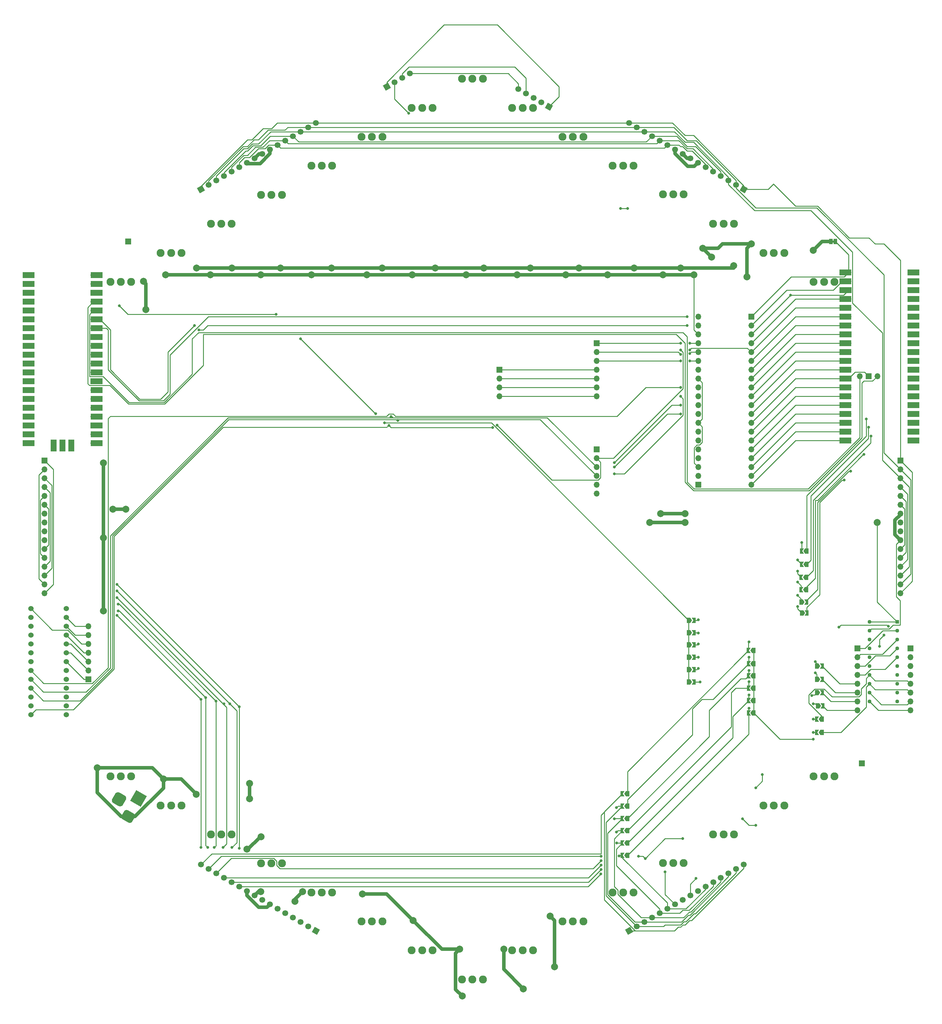
<source format=gbl>
%TF.GenerationSoftware,KiCad,Pcbnew,7.0.9*%
%TF.CreationDate,2024-01-04T10:45:34-06:00*%
%TF.ProjectId,HexDisplayPCB,48657844-6973-4706-9c61-795043422e6b,rev?*%
%TF.SameCoordinates,Original*%
%TF.FileFunction,Copper,L2,Bot*%
%TF.FilePolarity,Positive*%
%FSLAX46Y46*%
G04 Gerber Fmt 4.6, Leading zero omitted, Abs format (unit mm)*
G04 Created by KiCad (PCBNEW 7.0.9) date 2024-01-04 10:45:34*
%MOMM*%
%LPD*%
G01*
G04 APERTURE LIST*
G04 Aperture macros list*
%AMRoundRect*
0 Rectangle with rounded corners*
0 $1 Rounding radius*
0 $2 $3 $4 $5 $6 $7 $8 $9 X,Y pos of 4 corners*
0 Add a 4 corners polygon primitive as box body*
4,1,4,$2,$3,$4,$5,$6,$7,$8,$9,$2,$3,0*
0 Add four circle primitives for the rounded corners*
1,1,$1+$1,$2,$3*
1,1,$1+$1,$4,$5*
1,1,$1+$1,$6,$7*
1,1,$1+$1,$8,$9*
0 Add four rect primitives between the rounded corners*
20,1,$1+$1,$2,$3,$4,$5,0*
20,1,$1+$1,$4,$5,$6,$7,0*
20,1,$1+$1,$6,$7,$8,$9,0*
20,1,$1+$1,$8,$9,$2,$3,0*%
%AMHorizOval*
0 Thick line with rounded ends*
0 $1 width*
0 $2 $3 position (X,Y) of the first rounded end (center of the circle)*
0 $4 $5 position (X,Y) of the second rounded end (center of the circle)*
0 Add line between two ends*
20,1,$1,$2,$3,$4,$5,0*
0 Add two circle primitives to create the rounded ends*
1,1,$1,$2,$3*
1,1,$1,$4,$5*%
%AMRotRect*
0 Rectangle, with rotation*
0 The origin of the aperture is its center*
0 $1 length*
0 $2 width*
0 $3 Rotation angle, in degrees counterclockwise*
0 Add horizontal line*
21,1,$1,$2,0,0,$3*%
%AMFreePoly0*
4,1,6,0.500000,-0.750000,-0.650000,-0.750000,-0.150000,0.000000,-0.650000,0.750000,0.500000,0.750000,0.500000,-0.750000,0.500000,-0.750000,$1*%
%AMFreePoly1*
4,1,6,1.000000,0.000000,0.500000,-0.750000,-0.500000,-0.750000,-0.500000,0.750000,0.500000,0.750000,1.000000,0.000000,1.000000,0.000000,$1*%
G04 Aperture macros list end*
%TA.AperFunction,ComponentPad*%
%ADD10C,1.524000*%
%TD*%
%TA.AperFunction,ComponentPad*%
%ADD11C,2.286000*%
%TD*%
%TA.AperFunction,ComponentPad*%
%ADD12R,1.700000X1.700000*%
%TD*%
%TA.AperFunction,ComponentPad*%
%ADD13O,1.700000X1.700000*%
%TD*%
%TA.AperFunction,SMDPad,CuDef*%
%ADD14FreePoly0,0.000000*%
%TD*%
%TA.AperFunction,SMDPad,CuDef*%
%ADD15FreePoly1,0.000000*%
%TD*%
%TA.AperFunction,SMDPad,CuDef*%
%ADD16FreePoly0,180.000000*%
%TD*%
%TA.AperFunction,SMDPad,CuDef*%
%ADD17FreePoly1,180.000000*%
%TD*%
%TA.AperFunction,ComponentPad*%
%ADD18HorizOval,1.700000X0.000000X0.000000X0.000000X0.000000X0*%
%TD*%
%TA.AperFunction,ComponentPad*%
%ADD19RotRect,1.700000X1.700000X60.000000*%
%TD*%
%TA.AperFunction,ComponentPad*%
%ADD20RotRect,3.500000X3.500000X60.000000*%
%TD*%
%TA.AperFunction,ComponentPad*%
%ADD21RoundRect,0.750000X0.491025X-1.149519X1.241025X0.149519X-0.491025X1.149519X-1.241025X-0.149519X0*%
%TD*%
%TA.AperFunction,ComponentPad*%
%ADD22RoundRect,0.875000X0.320272X-1.195272X1.195272X0.320272X-0.320272X1.195272X-1.195272X-0.320272X0*%
%TD*%
%TA.AperFunction,SMDPad,CuDef*%
%ADD23R,1.000000X1.500000*%
%TD*%
%TA.AperFunction,ComponentPad*%
%ADD24R,1.130000X1.130000*%
%TD*%
%TA.AperFunction,ComponentPad*%
%ADD25C,1.130000*%
%TD*%
%TA.AperFunction,ComponentPad*%
%ADD26HorizOval,1.700000X0.000000X0.000000X0.000000X0.000000X0*%
%TD*%
%TA.AperFunction,ComponentPad*%
%ADD27RotRect,1.700000X1.700000X300.000000*%
%TD*%
%TA.AperFunction,SMDPad,CuDef*%
%ADD28R,3.500000X1.700000*%
%TD*%
%TA.AperFunction,SMDPad,CuDef*%
%ADD29R,1.700000X3.500000*%
%TD*%
%TA.AperFunction,ViaPad*%
%ADD30C,2.000000*%
%TD*%
%TA.AperFunction,ViaPad*%
%ADD31C,0.800000*%
%TD*%
%TA.AperFunction,Conductor*%
%ADD32C,1.000000*%
%TD*%
%TA.AperFunction,Conductor*%
%ADD33C,0.250000*%
%TD*%
G04 APERTURE END LIST*
%TA.AperFunction,EtchedComponent*%
%TO.C,PICO_5V_BREAKER1*%
G36*
X445400000Y-129840000D02*
G01*
X444900000Y-129840000D01*
X444900000Y-129240000D01*
X445400000Y-129240000D01*
X445400000Y-129840000D01*
G37*
%TD.AperFunction*%
%TD*%
D10*
%TO.P,U2,27*%
%TO.N,N/C*%
X224790000Y-234950000D03*
%TO.P,U2,26,R0*%
%TO.N,/KEYPAD_7*%
X224790000Y-237490000D03*
%TO.P,U2,25,R1*%
%TO.N,/KEYPAD_6*%
X224790000Y-240030000D03*
%TO.P,U2,24,C0*%
%TO.N,/KEYPAD_4*%
X224790000Y-242570000D03*
%TO.P,U2,23,C1*%
%TO.N,/KEYPAD_3*%
X224790000Y-245110000D03*
%TO.P,U2,22,C2*%
%TO.N,/KEYPAD_2*%
X224790000Y-247650000D03*
%TO.P,U2,21,C3*%
%TO.N,/KEYPAD_1*%
X224790000Y-250190000D03*
%TO.P,U2,20,C4*%
%TO.N,unconnected-(U2-C4-Pad20)*%
X224790000Y-252730000D03*
%TO.P,U2,19,C5*%
%TO.N,unconnected-(U2-C5-Pad19)*%
X224790000Y-252730000D03*
%TO.P,U2,18,C6*%
%TO.N,unconnected-(U2-C6-Pad18)*%
X224790000Y-255270000D03*
%TO.P,U2,17,C7*%
%TO.N,unconnected-(U2-C7-Pad17)*%
X224790000Y-257810000D03*
%TO.P,U2,16,C8*%
%TO.N,unconnected-(U2-C8-Pad16)*%
X224790000Y-260350000D03*
%TO.P,U2,15,C9*%
%TO.N,unconnected-(U2-C9-Pad15)*%
X224790000Y-262890000D03*
%TO.P,U2,14,GND*%
%TO.N,GND*%
X224790000Y-265430000D03*
%TO.P,U2,13,R2*%
%TO.N,/KEYPAD_5*%
X214630000Y-234950000D03*
%TO.P,U2,12,R3*%
%TO.N,unconnected-(U2-R3-Pad12)*%
X214630000Y-237490000D03*
%TO.P,U2,11,R4*%
%TO.N,unconnected-(U2-R4-Pad11)*%
X214630000Y-240030000D03*
%TO.P,U2,10,R5*%
%TO.N,unconnected-(U2-R5-Pad10)*%
X214630000Y-242570000D03*
%TO.P,U2,9,R6*%
%TO.N,unconnected-(U2-R6-Pad9)*%
X214630000Y-245110000D03*
%TO.P,U2,8,R7*%
%TO.N,unconnected-(U2-R7-Pad8)*%
X214630000Y-247650000D03*
%TO.P,U2,7,RST*%
%TO.N,unconnected-(U2-RST-Pad7)*%
X214630000Y-250190000D03*
%TO.P,U2,6,INT*%
%TO.N,/KEYPAD_INT*%
X214630000Y-252730000D03*
%TO.P,U2,5,SDA*%
%TO.N,/SDA*%
X214630000Y-255270000D03*
%TO.P,U2,4,SCL*%
%TO.N,/SCL*%
X214630000Y-257810000D03*
%TO.P,U2,3,GND*%
%TO.N,GND*%
X214630000Y-260350000D03*
%TO.P,U2,2,3Vo*%
%TO.N,unconnected-(U2-3Vo-Pad2)*%
X214630000Y-262890000D03*
%TO.P,U2,1,VIN*%
%TO.N,+3V3*%
X214630000Y-265430000D03*
%TD*%
D11*
%TO.P,A12,10*%
%TO.N,N/C*%
X373398054Y-99446667D03*
X370398054Y-99446667D03*
X367398054Y-99446667D03*
%TO.P,A12,11*%
X373398054Y-324746667D03*
X370398054Y-324746667D03*
X367398054Y-324746667D03*
%TD*%
%TO.P,A2,10*%
%TO.N,N/C*%
X257926054Y-132780000D03*
X254926054Y-132780000D03*
X251926054Y-132780000D03*
%TO.P,A2,11*%
X257926054Y-291440000D03*
X254926054Y-291440000D03*
X251926054Y-291440000D03*
%TD*%
%TO.P,A4,10*%
%TO.N,N/C*%
X286794054Y-116113334D03*
X283794054Y-116113334D03*
X280794054Y-116113334D03*
%TO.P,A4,11*%
X286794054Y-308093334D03*
X283794054Y-308093334D03*
X280794054Y-308093334D03*
%TD*%
%TO.P,A7,10*%
%TO.N,N/C*%
X330096054Y-91113334D03*
X327096054Y-91113334D03*
X324096054Y-91113334D03*
%TO.P,A7,11*%
X330096054Y-333073334D03*
X327096054Y-333073334D03*
X324096054Y-333073334D03*
%TD*%
%TO.P,A3,10*%
%TO.N,N/C*%
X272360054Y-124446667D03*
X269360054Y-124446667D03*
X266360054Y-124446667D03*
%TO.P,A3,11*%
X272360054Y-299766667D03*
X269360054Y-299766667D03*
X266360054Y-299766667D03*
%TD*%
%TO.P,A6,10*%
%TO.N,N/C*%
X315662054Y-99446667D03*
X312662054Y-99446667D03*
X309662054Y-99446667D03*
%TO.P,A6,11*%
X315662054Y-324746667D03*
X312662054Y-324746667D03*
X309662054Y-324746667D03*
%TD*%
%TO.P,A17,*%
%TO.N,*%
X445568054Y-141113334D03*
X442568054Y-141113334D03*
X439568054Y-141113334D03*
X445568054Y-283113334D03*
X442568054Y-283113334D03*
X439568054Y-283113334D03*
%TD*%
%TO.P,A1,*%
%TO.N,*%
X243492054Y-141113334D03*
X240492054Y-141113334D03*
X237492054Y-141113334D03*
X243492054Y-283113334D03*
X240492054Y-283113334D03*
X237492054Y-283113334D03*
%TD*%
%TO.P,A15,10*%
%TO.N,N/C*%
X416700054Y-124446667D03*
X413700054Y-124446667D03*
X410700054Y-124446667D03*
%TO.P,A15,11*%
X416700054Y-299766667D03*
X413700054Y-299766667D03*
X410700054Y-299766667D03*
%TD*%
%TO.P,A14,10*%
%TO.N,N/C*%
X402240000Y-115966500D03*
X399240000Y-115966500D03*
X396240000Y-115966500D03*
%TO.P,A14,11*%
X402240000Y-307946500D03*
X399240000Y-307946500D03*
X396240000Y-307946500D03*
%TD*%
%TO.P,A16,10*%
%TO.N,N/C*%
X431134054Y-132780000D03*
X428134054Y-132780000D03*
X425134054Y-132780000D03*
%TO.P,A16,11*%
X431134054Y-291440000D03*
X428134054Y-291440000D03*
X425134054Y-291440000D03*
%TD*%
%TO.P,A11,10*%
%TO.N,N/C*%
X358964054Y-91113334D03*
X355964054Y-91113334D03*
X352964054Y-91113334D03*
%TO.P,A11,11*%
X358964054Y-333073334D03*
X355964054Y-333073334D03*
X352964054Y-333073334D03*
%TD*%
%TO.P,A8,10*%
%TO.N,N/C*%
X344530054Y-82780000D03*
X341530054Y-82780000D03*
X338530054Y-82780000D03*
%TO.P,A8,11*%
X344530054Y-341400000D03*
X341530054Y-341400000D03*
X338530054Y-341400000D03*
%TD*%
%TO.P,A13,10*%
%TO.N,N/C*%
X387832054Y-107780000D03*
X384832054Y-107780000D03*
X381832054Y-107780000D03*
%TO.P,A13,11*%
X387832054Y-316420000D03*
X384832054Y-316420000D03*
X381832054Y-316420000D03*
%TD*%
%TO.P,A5,10*%
%TO.N,N/C*%
X301228054Y-107780000D03*
X298228054Y-107780000D03*
X295228054Y-107780000D03*
%TO.P,A5,11*%
X301228054Y-316420000D03*
X298228054Y-316420000D03*
X295228054Y-316420000D03*
%TD*%
D12*
%TO.P,J1,1,Pin_1*%
%TO.N,/PICO_DATAIN_6*%
X406400000Y-199390000D03*
D13*
%TO.P,J1,2,Pin_2*%
%TO.N,/PICO_DATAIN_5*%
X406400000Y-196850000D03*
%TO.P,J1,3,Pin_3*%
%TO.N,GND*%
X406400000Y-194310000D03*
%TO.P,J1,4,Pin_4*%
%TO.N,/PICO_DATAIN_4*%
X406400000Y-191770000D03*
%TO.P,J1,5,Pin_5*%
%TO.N,/PICO_DATAIN_3*%
X406400000Y-189230000D03*
%TO.P,J1,6,Pin_6*%
%TO.N,/PICO_DATAIN_2*%
X406400000Y-186690000D03*
%TO.P,J1,7,Pin_7*%
%TO.N,/PICO_DATAIN_1*%
X406400000Y-184150000D03*
%TO.P,J1,8,Pin_8*%
%TO.N,GND*%
X406400000Y-181610000D03*
%TO.P,J1,9,Pin_9*%
%TO.N,/SCL*%
X406400000Y-179070000D03*
%TO.P,J1,10,Pin_10*%
%TO.N,/SDA*%
X406400000Y-176530000D03*
%TO.P,J1,11,Pin_11*%
%TO.N,/RTC_INT*%
X406400000Y-173990000D03*
%TO.P,J1,12,Pin_12*%
%TO.N,/KEYPAD_INT*%
X406400000Y-171450000D03*
%TO.P,J1,13,Pin_13*%
%TO.N,GND*%
X406400000Y-168910000D03*
%TO.P,J1,14,Pin_14*%
%TO.N,Net-(J1-Pin_14)*%
X406400000Y-166370000D03*
%TO.P,J1,15,Pin_15*%
%TO.N,/DIN*%
X406400000Y-163830000D03*
%TO.P,J1,16,Pin_16*%
%TO.N,/BCLK*%
X406400000Y-161290000D03*
%TO.P,J1,17,Pin_17*%
%TO.N,/LRC*%
X406400000Y-158750000D03*
%TO.P,J1,18,Pin_18*%
%TO.N,GND*%
X406400000Y-156210000D03*
%TO.P,J1,19,Pin_19*%
%TO.N,/UART0 RX*%
X406400000Y-153670000D03*
%TO.P,J1,20,Pin_20*%
%TO.N,/UART0 TX*%
X406400000Y-151130000D03*
%TD*%
D14*
%TO.P,LED_DATA_IN-DATA_4,2,B*%
%TO.N,/DATA_4*%
X405130000Y-248920000D03*
D15*
%TO.P,LED_DATA_IN-DATA_4,1,A*%
%TO.N,/LED_DATA_IN*%
X403680000Y-248920000D03*
%TD*%
D12*
%TO.P,RTC1,1,Pin_1*%
%TO.N,GND*%
X377190000Y-189230000D03*
D13*
%TO.P,RTC1,2,Pin_2*%
%TO.N,+3V3*%
X377190000Y-191770000D03*
%TO.P,RTC1,3,Pin_3*%
%TO.N,/SDA*%
X377190000Y-194310000D03*
%TO.P,RTC1,4,Pin_4*%
%TO.N,/SCL*%
X377190000Y-196850000D03*
%TO.P,RTC1,5,Pin_5*%
%TO.N,unconnected-(RTC1-Pin_5-Pad5)*%
X377190000Y-199390000D03*
%TO.P,RTC1,6,Pin_6*%
%TO.N,/RTC_INT*%
X377190000Y-201930000D03*
%TD*%
D12*
%TO.P,LED_DATA_IN1,1,Pin_1*%
%TO.N,/LED_DATA_IN*%
X242570000Y-129540000D03*
%TD*%
D16*
%TO.P,DATA_6_DISCONNECT_1,2,B*%
%TO.N,/BUS_6*%
X384630000Y-305810000D03*
D17*
%TO.P,DATA_6_DISCONNECT_1,1,A*%
%TO.N,/DATA_6*%
X386080000Y-305810000D03*
%TD*%
%TO.P,LED_DATA_OUT-DATA_6,1,A*%
%TO.N,/LED_DATA_OUT*%
X422365000Y-264910000D03*
D16*
%TO.P,LED_DATA_OUT-DATA_6,2,B*%
%TO.N,/DATA_6*%
X420915000Y-264910000D03*
%TD*%
D14*
%TO.P,LED_DATA_IN-DATA_6,2,B*%
%TO.N,/DATA_6*%
X405130000Y-256020000D03*
D15*
%TO.P,LED_DATA_IN-DATA_6,1,A*%
%TO.N,/LED_DATA_IN*%
X403680000Y-256020000D03*
%TD*%
D18*
%TO.P,J7,16,Pin_16*%
%TO.N,/BUS_1*%
X386513339Y-95431368D03*
%TO.P,J7,15,Pin_15*%
%TO.N,/BUS_2*%
X388713044Y-96701368D03*
%TO.P,J7,14,Pin_14*%
%TO.N,/BUS_3*%
X390912748Y-97971368D03*
%TO.P,J7,13,Pin_13*%
%TO.N,/BUS_4*%
X393112453Y-99241368D03*
%TO.P,J7,12,Pin_12*%
%TO.N,/BUS_5*%
X395312157Y-100511368D03*
%TO.P,J7,11,Pin_11*%
%TO.N,/BUS_6*%
X397511862Y-101781368D03*
%TO.P,J7,10,Pin_10*%
%TO.N,GND*%
X399711566Y-103051368D03*
%TO.P,J7,9,Pin_9*%
%TO.N,+5V*%
X401911271Y-104321368D03*
%TO.P,J7,8,Pin_8*%
X404110975Y-105591368D03*
%TO.P,J7,7,Pin_7*%
%TO.N,GND*%
X406310680Y-106861368D03*
%TO.P,J7,6,Pin_6*%
%TO.N,/BUS_6*%
X408510384Y-108131368D03*
%TO.P,J7,5,Pin_5*%
%TO.N,/BUS_5*%
X410710089Y-109401368D03*
%TO.P,J7,4,Pin_4*%
%TO.N,/BUS_4*%
X412909793Y-110671368D03*
%TO.P,J7,3,Pin_3*%
%TO.N,/BUS_3*%
X415109498Y-111941368D03*
%TO.P,J7,2,Pin_2*%
%TO.N,/BUS_2*%
X417309202Y-113211368D03*
D19*
%TO.P,J7,1,Pin_1*%
%TO.N,/BUS_1*%
X419508907Y-114481368D03*
%TD*%
D12*
%TO.P,STEPPER_1-4,1,Pin_1*%
%TO.N,Net-(PICO_DATAIN_1-STEPPER1-B)*%
X452120000Y-246380000D03*
D13*
%TO.P,STEPPER_1-4,2,Pin_2*%
%TO.N,Net-(PICO_DATAIN_2-STEPPER1-B)*%
X452120000Y-248920000D03*
%TO.P,STEPPER_1-4,3,Pin_3*%
%TO.N,Net-(PICO_DATAIN_3-STEPPER1-B)*%
X452120000Y-251460000D03*
%TO.P,STEPPER_1-4,4,Pin_4*%
%TO.N,Net-(PICO_DATAIN_4-STEPPER1-B)*%
X452120000Y-254000000D03*
%TO.P,STEPPER_1-4,5,Pin_5*%
%TO.N,Net-(STEPPER-DATA_1-B)*%
X452120000Y-256540000D03*
%TO.P,STEPPER_1-4,6,Pin_6*%
%TO.N,Net-(STEPPER-DATA_2-B)*%
X452120000Y-259080000D03*
%TO.P,STEPPER_1-4,7,Pin_7*%
%TO.N,Net-(STEPPER-DATA_3-B)*%
X452120000Y-261620000D03*
%TO.P,STEPPER_1-4,8,Pin_8*%
%TO.N,Net-(STEPPER-DATA_4-B)*%
X452120000Y-264160000D03*
%TD*%
D18*
%TO.P,J4,16,Pin_16*%
%TO.N,/BUS_1*%
X263550664Y-308411173D03*
%TO.P,J4,15,Pin_15*%
%TO.N,/BUS_2*%
X265750369Y-309681173D03*
%TO.P,J4,14,Pin_14*%
%TO.N,/BUS_3*%
X267950073Y-310951173D03*
%TO.P,J4,13,Pin_13*%
%TO.N,/BUS_4*%
X270149778Y-312221173D03*
%TO.P,J4,12,Pin_12*%
%TO.N,/BUS_5*%
X272349482Y-313491173D03*
%TO.P,J4,11,Pin_11*%
%TO.N,/BUS_6*%
X274549187Y-314761173D03*
%TO.P,J4,10,Pin_10*%
%TO.N,GND*%
X276748891Y-316031173D03*
%TO.P,J4,9,Pin_9*%
%TO.N,+5V*%
X278948596Y-317301173D03*
%TO.P,J4,8,Pin_8*%
X281148300Y-318571173D03*
%TO.P,J4,7,Pin_7*%
%TO.N,GND*%
X283348005Y-319841173D03*
%TO.P,J4,6,Pin_6*%
%TO.N,/BUS_6*%
X285547709Y-321111173D03*
%TO.P,J4,5,Pin_5*%
%TO.N,/BUS_5*%
X287747414Y-322381173D03*
%TO.P,J4,4,Pin_4*%
%TO.N,/BUS_4*%
X289947118Y-323651173D03*
%TO.P,J4,3,Pin_3*%
%TO.N,/BUS_3*%
X292146823Y-324921173D03*
%TO.P,J4,2,Pin_2*%
%TO.N,/BUS_2*%
X294346527Y-326191173D03*
D19*
%TO.P,J4,1,Pin_1*%
%TO.N,/BUS_1*%
X296546232Y-327461173D03*
%TD*%
D14*
%TO.P,LED_DATA_IN-DATA_1,2,B*%
%TO.N,/DATA_1*%
X405130000Y-238270000D03*
D15*
%TO.P,LED_DATA_IN-DATA_1,1,A*%
%TO.N,/LED_DATA_IN*%
X403680000Y-238270000D03*
%TD*%
D13*
%TO.P,J3,16,Pin_16*%
%TO.N,/BUS_1*%
X464493692Y-230497106D03*
%TO.P,J3,15,Pin_15*%
%TO.N,/BUS_2*%
X464493692Y-227957106D03*
%TO.P,J3,14,Pin_14*%
%TO.N,/BUS_3*%
X464493692Y-225417106D03*
%TO.P,J3,13,Pin_13*%
%TO.N,/BUS_4*%
X464493692Y-222877106D03*
%TO.P,J3,12,Pin_12*%
%TO.N,/BUS_5*%
X464493692Y-220337106D03*
%TO.P,J3,11,Pin_11*%
%TO.N,/BUS_6*%
X464493692Y-217797106D03*
%TO.P,J3,10,Pin_10*%
%TO.N,GND*%
X464493692Y-215257106D03*
%TO.P,J3,9,Pin_9*%
%TO.N,+5V*%
X464493692Y-212717106D03*
%TO.P,J3,8,Pin_8*%
X464493692Y-210177106D03*
%TO.P,J3,7,Pin_7*%
%TO.N,GND*%
X464493692Y-207637106D03*
%TO.P,J3,6,Pin_6*%
%TO.N,/BUS_6*%
X464493692Y-205097106D03*
%TO.P,J3,5,Pin_5*%
%TO.N,/BUS_5*%
X464493692Y-202557106D03*
%TO.P,J3,4,Pin_4*%
%TO.N,/BUS_4*%
X464493692Y-200017106D03*
%TO.P,J3,3,Pin_3*%
%TO.N,/BUS_3*%
X464493692Y-197477106D03*
%TO.P,J3,2,Pin_2*%
%TO.N,/BUS_2*%
X464493692Y-194937106D03*
D12*
%TO.P,J3,1,Pin_1*%
%TO.N,/BUS_1*%
X464493692Y-192397106D03*
%TD*%
D17*
%TO.P,LED_DATA_OUT-DATA_3,1,A*%
%TO.N,/LED_DATA_OUT*%
X422365000Y-254260000D03*
D16*
%TO.P,LED_DATA_OUT-DATA_3,2,B*%
%TO.N,/DATA_3*%
X420915000Y-254260000D03*
%TD*%
D13*
%TO.P,J5,16,Pin_16*%
%TO.N,/BUS_1*%
X218566052Y-230496439D03*
%TO.P,J5,15,Pin_15*%
%TO.N,/BUS_2*%
X218566052Y-227956439D03*
%TO.P,J5,14,Pin_14*%
%TO.N,/BUS_3*%
X218566052Y-225416439D03*
%TO.P,J5,13,Pin_13*%
%TO.N,/BUS_4*%
X218566052Y-222876439D03*
%TO.P,J5,12,Pin_12*%
%TO.N,/BUS_5*%
X218566052Y-220336439D03*
%TO.P,J5,11,Pin_11*%
%TO.N,/BUS_6*%
X218566052Y-217796439D03*
%TO.P,J5,10,Pin_10*%
%TO.N,GND*%
X218566052Y-215256439D03*
%TO.P,J5,9,Pin_9*%
%TO.N,+5V*%
X218566052Y-212716439D03*
%TO.P,J5,8,Pin_8*%
X218566052Y-210176439D03*
%TO.P,J5,7,Pin_7*%
%TO.N,GND*%
X218566052Y-207636439D03*
%TO.P,J5,6,Pin_6*%
%TO.N,/BUS_6*%
X218566052Y-205096439D03*
%TO.P,J5,5,Pin_5*%
%TO.N,/BUS_5*%
X218566052Y-202556439D03*
%TO.P,J5,4,Pin_4*%
%TO.N,/BUS_4*%
X218566052Y-200016439D03*
%TO.P,J5,3,Pin_3*%
%TO.N,/BUS_3*%
X218566052Y-197476439D03*
%TO.P,J5,2,Pin_2*%
%TO.N,/BUS_2*%
X218566052Y-194936439D03*
D12*
%TO.P,J5,1,Pin_1*%
%TO.N,/BUS_1*%
X218566052Y-192396439D03*
%TD*%
%TO.P,J2,1,Pin_1*%
%TO.N,Net-(J2-Pin_1)*%
X421640000Y-151130000D03*
D13*
%TO.P,J2,2,Pin_2*%
%TO.N,Net-(J2-Pin_2)*%
X421640000Y-153670000D03*
%TO.P,J2,3,Pin_3*%
%TO.N,GND*%
X421640000Y-156210000D03*
%TO.P,J2,4,Pin_4*%
%TO.N,Net-(J2-Pin_4)*%
X421640000Y-158750000D03*
%TO.P,J2,5,Pin_5*%
%TO.N,+3V3*%
X421640000Y-161290000D03*
%TO.P,J2,6,Pin_6*%
%TO.N,Net-(J2-Pin_6)*%
X421640000Y-163830000D03*
%TO.P,J2,7,Pin_7*%
%TO.N,Net-(J2-Pin_7)*%
X421640000Y-166370000D03*
%TO.P,J2,8,Pin_8*%
%TO.N,Net-(J2-Pin_8)*%
X421640000Y-168910000D03*
%TO.P,J2,9,Pin_9*%
%TO.N,Net-(J2-Pin_9)*%
X421640000Y-171450000D03*
%TO.P,J2,10,Pin_10*%
%TO.N,Net-(J2-Pin_10)*%
X421640000Y-173990000D03*
%TO.P,J2,11,Pin_11*%
%TO.N,Net-(J2-Pin_11)*%
X421640000Y-176530000D03*
%TO.P,J2,12,Pin_12*%
%TO.N,Net-(J2-Pin_12)*%
X421640000Y-179070000D03*
%TO.P,J2,13,Pin_13*%
%TO.N,GND*%
X421640000Y-181610000D03*
%TO.P,J2,14,Pin_14*%
%TO.N,Net-(J2-Pin_14)*%
X421640000Y-184150000D03*
%TO.P,J2,15,Pin_15*%
%TO.N,Net-(J2-Pin_15)*%
X421640000Y-186690000D03*
%TO.P,J2,16,Pin_16*%
%TO.N,Net-(J2-Pin_16)*%
X421640000Y-189230000D03*
%TO.P,J2,17,Pin_17*%
%TO.N,Net-(J2-Pin_17)*%
X421640000Y-191770000D03*
%TO.P,J2,18,Pin_18*%
%TO.N,GND*%
X421640000Y-194310000D03*
%TO.P,J2,19,Pin_19*%
%TO.N,Net-(J2-Pin_19)*%
X421640000Y-196850000D03*
%TO.P,J2,20,Pin_20*%
%TO.N,Net-(J2-Pin_20)*%
X421640000Y-199390000D03*
%TD*%
D15*
%TO.P,PICO_DATAIN_5-STEPPER1,1,A*%
%TO.N,Net-(PICO_DATAIN_5-STEPPER1-A)*%
X436025000Y-233040000D03*
D14*
%TO.P,PICO_DATAIN_5-STEPPER1,2,B*%
%TO.N,/PICO_DATAIN_5*%
X437475000Y-233040000D03*
%TD*%
D16*
%TO.P,DATA_3_DISCONNECT_1,2,B*%
%TO.N,/BUS_3*%
X384630000Y-295160000D03*
D17*
%TO.P,DATA_3_DISCONNECT_1,1,A*%
%TO.N,/DATA_3*%
X386080000Y-295160000D03*
%TD*%
D15*
%TO.P,STEPPER-DATA_3,1,A*%
%TO.N,/DATA_3*%
X440510000Y-259080000D03*
D14*
%TO.P,STEPPER-DATA_3,2,B*%
%TO.N,Net-(STEPPER-DATA_3-B)*%
X441960000Y-259080000D03*
%TD*%
%TO.P,LED_DATA_IN-DATA_5,2,B*%
%TO.N,/DATA_5*%
X405130000Y-252470000D03*
D15*
%TO.P,LED_DATA_IN-DATA_5,1,A*%
%TO.N,/LED_DATA_IN*%
X403680000Y-252470000D03*
%TD*%
D14*
%TO.P,LED_DATA_IN-DATA_2,2,B*%
%TO.N,/DATA_2*%
X405130000Y-241820000D03*
D15*
%TO.P,LED_DATA_IN-DATA_2,1,A*%
%TO.N,/LED_DATA_IN*%
X403680000Y-241820000D03*
%TD*%
D16*
%TO.P,DATA_5_DISCONNECT_1,2,B*%
%TO.N,/BUS_5*%
X384630000Y-302260000D03*
D17*
%TO.P,DATA_5_DISCONNECT_1,1,A*%
%TO.N,/DATA_5*%
X386080000Y-302260000D03*
%TD*%
D20*
%TO.P,J30,1*%
%TO.N,+5V*%
X245570000Y-289443848D03*
D21*
%TO.P,J30,2*%
%TO.N,GND*%
X242570000Y-294640000D03*
D22*
%TO.P,J30,3*%
%TO.N,unconnected-(J30-Pad3)*%
X239999681Y-289691924D03*
%TD*%
D17*
%TO.P,STEPPER-DATA_5,1,A*%
%TO.N,Net-(STEPPER-DATA_5-A)*%
X441960000Y-266700000D03*
D16*
%TO.P,STEPPER-DATA_5,2,B*%
%TO.N,/DATA_5*%
X440510000Y-266700000D03*
%TD*%
D23*
%TO.P,PICO_5V_BREAKER1,1,A*%
%TO.N,Net-(J2-Pin_1)*%
X445800000Y-129540000D03*
%TO.P,PICO_5V_BREAKER1,2,B*%
%TO.N,+5V*%
X444500000Y-129540000D03*
%TD*%
D19*
%TO.P,AmbientLightSensor1,1,Pin_1*%
%TO.N,+3V3*%
X363514705Y-90805000D03*
D18*
%TO.P,AmbientLightSensor1,2,Pin_2*%
%TO.N,unconnected-(AmbientLightSensor1-Pin_2-Pad2)*%
X361315000Y-89535000D03*
%TO.P,AmbientLightSensor1,3,Pin_3*%
%TO.N,GND*%
X359115296Y-88265000D03*
%TO.P,AmbientLightSensor1,4,Pin_4*%
%TO.N,/SCL*%
X356915591Y-86995000D03*
%TO.P,AmbientLightSensor1,5,Pin_5*%
%TO.N,/SDA*%
X354715887Y-85725000D03*
%TD*%
D12*
%TO.P,MAX98357,1,Pin_1*%
%TO.N,/LRC*%
X377190000Y-158750000D03*
D13*
%TO.P,MAX98357,2,Pin_2*%
%TO.N,/BCLK*%
X377190000Y-161290000D03*
%TO.P,MAX98357,3,Pin_3*%
%TO.N,/DIN*%
X377190000Y-163830000D03*
%TO.P,MAX98357,4,Pin_4*%
%TO.N,Net-(MAX98357-Pin_4)*%
X377190000Y-166370000D03*
%TO.P,MAX98357,5,Pin_5*%
%TO.N,Net-(MAX98357-Pin_5)*%
X377190000Y-168910000D03*
%TO.P,MAX98357,6,Pin_6*%
%TO.N,GND*%
X377190000Y-171450000D03*
%TO.P,MAX98357,7,Pin_7*%
%TO.N,+5V*%
X377190000Y-173990000D03*
%TD*%
D17*
%TO.P,LED_DATA_OUT-DATA_4,1,A*%
%TO.N,/LED_DATA_OUT*%
X422365000Y-257810000D03*
D16*
%TO.P,LED_DATA_OUT-DATA_4,2,B*%
%TO.N,/DATA_4*%
X420915000Y-257810000D03*
%TD*%
%TO.P,PICO_DATAIN_3-STEPPER1,2,B*%
%TO.N,Net-(PICO_DATAIN_3-STEPPER1-B)*%
X436025000Y-225940000D03*
D17*
%TO.P,PICO_DATAIN_3-STEPPER1,1,A*%
%TO.N,/PICO_DATAIN_3*%
X437475000Y-225940000D03*
%TD*%
D24*
%TO.P,U1,1,DIR*%
%TO.N,+5V*%
X463550000Y-238760000D03*
D25*
%TO.P,U1,2,A1*%
%TO.N,Net-(PICO_DATAIN_1-STEPPER1-B)*%
X463550000Y-241300000D03*
%TO.P,U1,3,A2*%
%TO.N,Net-(PICO_DATAIN_2-STEPPER1-B)*%
X463550000Y-243840000D03*
%TO.P,U1,4,A3*%
%TO.N,Net-(PICO_DATAIN_3-STEPPER1-B)*%
X463550000Y-246380000D03*
%TO.P,U1,5,A4*%
%TO.N,Net-(PICO_DATAIN_4-STEPPER1-B)*%
X463550000Y-248920000D03*
%TO.P,U1,6,A5*%
%TO.N,Net-(PICO_DATAIN_5-STEPPER1-A)*%
X463550000Y-251460000D03*
%TO.P,U1,7,A6*%
%TO.N,Net-(PICO_DATAIN_6-STEPPER1-A)*%
X463550000Y-254000000D03*
%TO.P,U1,8,A7*%
%TO.N,Net-(STEPPER_4-8-Pin_3)*%
X463550000Y-256540000D03*
%TO.P,U1,9,A8*%
%TO.N,Net-(STEPPER_4-8-Pin_4)*%
X463550000Y-259080000D03*
%TO.P,U1,10,GND*%
%TO.N,GND*%
X463550000Y-261620000D03*
%TO.P,U1,11,B8*%
%TO.N,Net-(STEPPER_4-8-Pin_8)*%
X455610000Y-261620000D03*
%TO.P,U1,12,B7*%
%TO.N,Net-(STEPPER_4-8-Pin_7)*%
X455610000Y-259080000D03*
%TO.P,U1,13,B6*%
%TO.N,Net-(STEPPER-DATA_6-A)*%
X455610000Y-256540000D03*
%TO.P,U1,14,B5*%
%TO.N,Net-(STEPPER-DATA_5-A)*%
X455610000Y-254000000D03*
%TO.P,U1,15,B4*%
%TO.N,Net-(STEPPER-DATA_4-B)*%
X455610000Y-251460000D03*
%TO.P,U1,16,B3*%
%TO.N,Net-(STEPPER-DATA_3-B)*%
X455610000Y-248920000D03*
%TO.P,U1,17,B2*%
%TO.N,Net-(STEPPER-DATA_2-B)*%
X455610000Y-246380000D03*
%TO.P,U1,18,B1*%
%TO.N,Net-(STEPPER-DATA_1-B)*%
X455610000Y-243840000D03*
%TO.P,U1,19,~{OE}*%
%TO.N,GND*%
X455610000Y-241300000D03*
%TO.P,U1,20,VCC*%
%TO.N,+5V*%
X455610000Y-238760000D03*
%TD*%
D16*
%TO.P,DATA_1_DISCONNECT_1,2,B*%
%TO.N,/BUS_1*%
X384630000Y-288060000D03*
D17*
%TO.P,DATA_1_DISCONNECT_1,1,A*%
%TO.N,/DATA_1*%
X386080000Y-288060000D03*
%TD*%
D15*
%TO.P,STEPPER-DATA_4,1,A*%
%TO.N,/DATA_4*%
X440690000Y-262890000D03*
D14*
%TO.P,STEPPER-DATA_4,2,B*%
%TO.N,Net-(STEPPER-DATA_4-B)*%
X442140000Y-262890000D03*
%TD*%
D17*
%TO.P,LED_DATA_OUT-DATA_5,1,A*%
%TO.N,/LED_DATA_OUT*%
X422365000Y-261360000D03*
D16*
%TO.P,LED_DATA_OUT-DATA_5,2,B*%
%TO.N,/DATA_5*%
X420915000Y-261360000D03*
%TD*%
D12*
%TO.P,LED_DATA_OUT1,1,Pin_1*%
%TO.N,/LED_DATA_OUT*%
X453390000Y-279400000D03*
%TD*%
D16*
%TO.P,PICO_DATAIN_4-STEPPER1,2,B*%
%TO.N,Net-(PICO_DATAIN_4-STEPPER1-B)*%
X436025000Y-229490000D03*
D17*
%TO.P,PICO_DATAIN_4-STEPPER1,1,A*%
%TO.N,/PICO_DATAIN_4*%
X437475000Y-229490000D03*
%TD*%
D26*
%TO.P,J8,16,Pin_16*%
%TO.N,/BUS_1*%
X419509543Y-308412485D03*
%TO.P,J8,15,Pin_15*%
%TO.N,/BUS_2*%
X417309838Y-309682485D03*
%TO.P,J8,14,Pin_14*%
%TO.N,/BUS_3*%
X415110134Y-310952485D03*
%TO.P,J8,13,Pin_13*%
%TO.N,/BUS_4*%
X412910429Y-312222485D03*
%TO.P,J8,12,Pin_12*%
%TO.N,/BUS_5*%
X410710725Y-313492485D03*
%TO.P,J8,11,Pin_11*%
%TO.N,/BUS_6*%
X408511020Y-314762485D03*
%TO.P,J8,10,Pin_10*%
%TO.N,GND*%
X406311316Y-316032485D03*
%TO.P,J8,9,Pin_9*%
%TO.N,+5V*%
X404111611Y-317302485D03*
%TO.P,J8,8,Pin_8*%
X401911907Y-318572485D03*
%TO.P,J8,7,Pin_7*%
%TO.N,GND*%
X399712202Y-319842485D03*
%TO.P,J8,6,Pin_6*%
%TO.N,/BUS_6*%
X397512498Y-321112485D03*
%TO.P,J8,5,Pin_5*%
%TO.N,/BUS_5*%
X395312793Y-322382485D03*
%TO.P,J8,4,Pin_4*%
%TO.N,/BUS_4*%
X393113089Y-323652485D03*
%TO.P,J8,3,Pin_3*%
%TO.N,/BUS_3*%
X390913384Y-324922485D03*
%TO.P,J8,2,Pin_2*%
%TO.N,/BUS_2*%
X388713680Y-326192485D03*
D27*
%TO.P,J8,1,Pin_1*%
%TO.N,/BUS_1*%
X386513975Y-327462485D03*
%TD*%
D17*
%TO.P,STEPPER-DATA_6,1,A*%
%TO.N,Net-(STEPPER-DATA_6-A)*%
X441960000Y-270510000D03*
D16*
%TO.P,STEPPER-DATA_6,2,B*%
%TO.N,/DATA_6*%
X440510000Y-270510000D03*
%TD*%
%TO.P,DATA_4_DISCONNECT_1,2,B*%
%TO.N,/BUS_4*%
X384630000Y-298710000D03*
D17*
%TO.P,DATA_4_DISCONNECT_1,1,A*%
%TO.N,/DATA_4*%
X386080000Y-298710000D03*
%TD*%
D26*
%TO.P,J6,16,Pin_16*%
%TO.N,/BUS_1*%
X296546160Y-95431217D03*
%TO.P,J6,15,Pin_15*%
%TO.N,/BUS_2*%
X294346455Y-96701217D03*
%TO.P,J6,14,Pin_14*%
%TO.N,/BUS_3*%
X292146751Y-97971217D03*
%TO.P,J6,13,Pin_13*%
%TO.N,/BUS_4*%
X289947046Y-99241217D03*
%TO.P,J6,12,Pin_12*%
%TO.N,/BUS_5*%
X287747342Y-100511217D03*
%TO.P,J6,11,Pin_11*%
%TO.N,/BUS_6*%
X285547637Y-101781217D03*
%TO.P,J6,10,Pin_10*%
%TO.N,GND*%
X283347933Y-103051217D03*
%TO.P,J6,9,Pin_9*%
%TO.N,+5V*%
X281148228Y-104321217D03*
%TO.P,J6,8,Pin_8*%
X278948524Y-105591217D03*
%TO.P,J6,7,Pin_7*%
%TO.N,GND*%
X276748819Y-106861217D03*
%TO.P,J6,6,Pin_6*%
%TO.N,/BUS_6*%
X274549115Y-108131217D03*
%TO.P,J6,5,Pin_5*%
%TO.N,/BUS_5*%
X272349410Y-109401217D03*
%TO.P,J6,4,Pin_4*%
%TO.N,/BUS_4*%
X270149706Y-110671217D03*
%TO.P,J6,3,Pin_3*%
%TO.N,/BUS_3*%
X267950001Y-111941217D03*
%TO.P,J6,2,Pin_2*%
%TO.N,/BUS_2*%
X265750297Y-113211217D03*
D27*
%TO.P,J6,1,Pin_1*%
%TO.N,/BUS_1*%
X263550592Y-114481217D03*
%TD*%
D14*
%TO.P,LED_DATA_IN-DATA_3,2,B*%
%TO.N,/DATA_3*%
X405130000Y-245370000D03*
D15*
%TO.P,LED_DATA_IN-DATA_3,1,A*%
%TO.N,/LED_DATA_IN*%
X403680000Y-245370000D03*
%TD*%
D27*
%TO.P,I2CBreakout1,1,Pin_1*%
%TO.N,+3V3*%
X316910591Y-85090000D03*
D26*
%TO.P,I2CBreakout1,2,Pin_2*%
%TO.N,GND*%
X319110296Y-83820000D03*
%TO.P,I2CBreakout1,3,Pin_3*%
%TO.N,/SCL*%
X321310000Y-82550000D03*
%TO.P,I2CBreakout1,4,Pin_4*%
%TO.N,/SDA*%
X323509705Y-81280000D03*
%TD*%
D15*
%TO.P,STEPPER-DATA_2,1,A*%
%TO.N,/DATA_2*%
X440510000Y-255270000D03*
D14*
%TO.P,STEPPER-DATA_2,2,B*%
%TO.N,Net-(STEPPER-DATA_2-B)*%
X441960000Y-255270000D03*
%TD*%
D12*
%TO.P,Keypad1,1,Pin_1*%
%TO.N,/KEYPAD_1*%
X231140000Y-255270000D03*
D13*
%TO.P,Keypad1,2,Pin_2*%
%TO.N,/KEYPAD_2*%
X231140000Y-252730000D03*
%TO.P,Keypad1,3,Pin_3*%
%TO.N,/KEYPAD_3*%
X231140000Y-250190000D03*
%TO.P,Keypad1,4,Pin_4*%
%TO.N,/KEYPAD_4*%
X231140000Y-247650000D03*
%TO.P,Keypad1,5,Pin_5*%
%TO.N,/KEYPAD_5*%
X231140000Y-245110000D03*
%TO.P,Keypad1,6,Pin_6*%
%TO.N,/KEYPAD_6*%
X231140000Y-242570000D03*
%TO.P,Keypad1,7,Pin_7*%
%TO.N,/KEYPAD_7*%
X231140000Y-240030000D03*
%TD*%
D16*
%TO.P,DATA_2_DISCONNECT_1,2,B*%
%TO.N,/BUS_2*%
X384630000Y-291610000D03*
D17*
%TO.P,DATA_2_DISCONNECT_1,1,A*%
%TO.N,/DATA_2*%
X386080000Y-291610000D03*
%TD*%
D16*
%TO.P,PICO_DATAIN_1-STEPPER1,2,B*%
%TO.N,Net-(PICO_DATAIN_1-STEPPER1-B)*%
X436155000Y-218440000D03*
D17*
%TO.P,PICO_DATAIN_1-STEPPER1,1,A*%
%TO.N,/PICO_DATAIN_1*%
X437605000Y-218440000D03*
%TD*%
D13*
%TO.P,PicoProbe1,1,GPIO0*%
%TO.N,unconnected-(PicoProbe1-GPIO0-Pad1)*%
X232650000Y-139195000D03*
D28*
X233550000Y-139195000D03*
D13*
%TO.P,PicoProbe1,2,GPIO1*%
%TO.N,unconnected-(PicoProbe1-GPIO1-Pad2)*%
X232650000Y-141735000D03*
D28*
X233550000Y-141735000D03*
D12*
%TO.P,PicoProbe1,3,GND*%
%TO.N,GND*%
X232650000Y-144275000D03*
D28*
X233550000Y-144275000D03*
D13*
%TO.P,PicoProbe1,4,GPIO2*%
%TO.N,/SWCLK*%
X232650000Y-146815000D03*
D28*
X233550000Y-146815000D03*
D13*
%TO.P,PicoProbe1,5,GPIO3*%
%TO.N,/SWDIO*%
X232650000Y-149355000D03*
D28*
X233550000Y-149355000D03*
D13*
%TO.P,PicoProbe1,6,GPIO4*%
%TO.N,/UART0 RX*%
X232650000Y-151895000D03*
D28*
X233550000Y-151895000D03*
D13*
%TO.P,PicoProbe1,7,GPIO5*%
%TO.N,/UART0 TX*%
X232650000Y-154435000D03*
D28*
X233550000Y-154435000D03*
D12*
%TO.P,PicoProbe1,8,GND*%
%TO.N,GND*%
X232650000Y-156975000D03*
D28*
X233550000Y-156975000D03*
D13*
%TO.P,PicoProbe1,9,GPIO6*%
%TO.N,unconnected-(PicoProbe1-GPIO6-Pad9)*%
X232650000Y-159515000D03*
D28*
X233550000Y-159515000D03*
D13*
%TO.P,PicoProbe1,10,GPIO7*%
%TO.N,unconnected-(PicoProbe1-GPIO7-Pad10)*%
X232650000Y-162055000D03*
D28*
X233550000Y-162055000D03*
D13*
%TO.P,PicoProbe1,11,GPIO8*%
%TO.N,unconnected-(PicoProbe1-GPIO8-Pad11)*%
X232650000Y-164595000D03*
D28*
X233550000Y-164595000D03*
D13*
%TO.P,PicoProbe1,12,GPIO9*%
%TO.N,unconnected-(PicoProbe1-GPIO9-Pad12)*%
X232650000Y-167135000D03*
D28*
X233550000Y-167135000D03*
D12*
%TO.P,PicoProbe1,13,GND*%
%TO.N,GND*%
X232650000Y-169675000D03*
D28*
X233550000Y-169675000D03*
D13*
%TO.P,PicoProbe1,14,GPIO10*%
%TO.N,unconnected-(PicoProbe1-GPIO10-Pad14)*%
X232650000Y-172215000D03*
D28*
X233550000Y-172215000D03*
D13*
%TO.P,PicoProbe1,15,GPIO11*%
%TO.N,unconnected-(PicoProbe1-GPIO11-Pad15)*%
X232650000Y-174755000D03*
D28*
X233550000Y-174755000D03*
D13*
%TO.P,PicoProbe1,16,GPIO12*%
%TO.N,unconnected-(PicoProbe1-GPIO12-Pad16)*%
X232650000Y-177295000D03*
D28*
X233550000Y-177295000D03*
D13*
%TO.P,PicoProbe1,17,GPIO13*%
%TO.N,unconnected-(PicoProbe1-GPIO13-Pad17)*%
X232650000Y-179835000D03*
D28*
X233550000Y-179835000D03*
D12*
%TO.P,PicoProbe1,18,GND*%
%TO.N,GND*%
X232650000Y-182375000D03*
D28*
X233550000Y-182375000D03*
D13*
%TO.P,PicoProbe1,19,GPIO14*%
%TO.N,unconnected-(PicoProbe1-GPIO14-Pad19)*%
X232650000Y-184915000D03*
D28*
X233550000Y-184915000D03*
D13*
%TO.P,PicoProbe1,20,GPIO15*%
%TO.N,unconnected-(PicoProbe1-GPIO15-Pad20)*%
X232650000Y-187455000D03*
D28*
X233550000Y-187455000D03*
D13*
%TO.P,PicoProbe1,21,GPIO16*%
%TO.N,unconnected-(PicoProbe1-GPIO16-Pad21)*%
X214870000Y-187455000D03*
D28*
X213970000Y-187455000D03*
D13*
%TO.P,PicoProbe1,22,GPIO17*%
%TO.N,unconnected-(PicoProbe1-GPIO17-Pad22)*%
X214870000Y-184915000D03*
D28*
X213970000Y-184915000D03*
D12*
%TO.P,PicoProbe1,23,GND*%
%TO.N,GND*%
X214870000Y-182375000D03*
D28*
X213970000Y-182375000D03*
D13*
%TO.P,PicoProbe1,24,GPIO18*%
%TO.N,unconnected-(PicoProbe1-GPIO18-Pad24)*%
X214870000Y-179835000D03*
D28*
X213970000Y-179835000D03*
D13*
%TO.P,PicoProbe1,25,GPIO19*%
%TO.N,unconnected-(PicoProbe1-GPIO19-Pad25)*%
X214870000Y-177295000D03*
D28*
X213970000Y-177295000D03*
D13*
%TO.P,PicoProbe1,26,GPIO20*%
%TO.N,unconnected-(PicoProbe1-GPIO20-Pad26)*%
X214870000Y-174755000D03*
D28*
X213970000Y-174755000D03*
D13*
%TO.P,PicoProbe1,27,GPIO21*%
%TO.N,unconnected-(PicoProbe1-GPIO21-Pad27)*%
X214870000Y-172215000D03*
D28*
X213970000Y-172215000D03*
D12*
%TO.P,PicoProbe1,28,GND*%
%TO.N,GND*%
X214870000Y-169675000D03*
D28*
X213970000Y-169675000D03*
D13*
%TO.P,PicoProbe1,29,GPIO22*%
%TO.N,unconnected-(PicoProbe1-GPIO22-Pad29)*%
X214870000Y-167135000D03*
D28*
X213970000Y-167135000D03*
D13*
%TO.P,PicoProbe1,30,RUN*%
%TO.N,unconnected-(PicoProbe1-RUN-Pad30)*%
X214870000Y-164595000D03*
D28*
X213970000Y-164595000D03*
D13*
%TO.P,PicoProbe1,31,GPIO26_ADC0*%
%TO.N,unconnected-(PicoProbe1-GPIO26_ADC0-Pad31)*%
X214870000Y-162055000D03*
D28*
X213970000Y-162055000D03*
D13*
%TO.P,PicoProbe1,32,GPIO27_ADC1*%
%TO.N,unconnected-(PicoProbe1-GPIO27_ADC1-Pad32)*%
X214870000Y-159515000D03*
D28*
X213970000Y-159515000D03*
D12*
%TO.P,PicoProbe1,33,AGND*%
%TO.N,unconnected-(PicoProbe1-AGND-Pad33)*%
X214870000Y-156975000D03*
D28*
X213970000Y-156975000D03*
D13*
%TO.P,PicoProbe1,34,GPIO28_ADC2*%
%TO.N,unconnected-(PicoProbe1-GPIO28_ADC2-Pad34)*%
X214870000Y-154435000D03*
D28*
X213970000Y-154435000D03*
D13*
%TO.P,PicoProbe1,35,ADC_VREF*%
%TO.N,unconnected-(PicoProbe1-ADC_VREF-Pad35)*%
X214870000Y-151895000D03*
D28*
X213970000Y-151895000D03*
D13*
%TO.P,PicoProbe1,36,3V3*%
%TO.N,unconnected-(PicoProbe1-3V3-Pad36)*%
X214870000Y-149355000D03*
D28*
X213970000Y-149355000D03*
D13*
%TO.P,PicoProbe1,37,3V3_EN*%
%TO.N,unconnected-(PicoProbe1-3V3_EN-Pad37)*%
X214870000Y-146815000D03*
D28*
X213970000Y-146815000D03*
D12*
%TO.P,PicoProbe1,38,GND*%
%TO.N,GND*%
X214870000Y-144275000D03*
D28*
X213970000Y-144275000D03*
D13*
%TO.P,PicoProbe1,39,VSYS*%
%TO.N,unconnected-(PicoProbe1-VSYS-Pad39)*%
X214870000Y-141735000D03*
D28*
X213970000Y-141735000D03*
D13*
%TO.P,PicoProbe1,40,VBUS*%
%TO.N,unconnected-(PicoProbe1-VBUS-Pad40)*%
X214870000Y-139195000D03*
D28*
X213970000Y-139195000D03*
D13*
%TO.P,PicoProbe1,41,SWCLK*%
%TO.N,unconnected-(PicoProbe1-SWCLK-Pad41)*%
X226300000Y-187225000D03*
D29*
X226300000Y-188125000D03*
D12*
%TO.P,PicoProbe1,42,GND*%
%TO.N,GND*%
X223760000Y-187225000D03*
D29*
X223760000Y-188125000D03*
D13*
%TO.P,PicoProbe1,43,SWDIO*%
%TO.N,unconnected-(PicoProbe1-SWDIO-Pad43)*%
X221220000Y-187225000D03*
D29*
X221220000Y-188125000D03*
%TD*%
D12*
%TO.P,STEPPER_4-8,1,Pin_1*%
%TO.N,Net-(PICO_DATAIN_5-STEPPER1-A)*%
X467360000Y-246380000D03*
D13*
%TO.P,STEPPER_4-8,2,Pin_2*%
%TO.N,Net-(PICO_DATAIN_6-STEPPER1-A)*%
X467360000Y-248920000D03*
%TO.P,STEPPER_4-8,3,Pin_3*%
%TO.N,Net-(STEPPER_4-8-Pin_3)*%
X467360000Y-251460000D03*
%TO.P,STEPPER_4-8,4,Pin_4*%
%TO.N,Net-(STEPPER_4-8-Pin_4)*%
X467360000Y-254000000D03*
%TO.P,STEPPER_4-8,5,Pin_5*%
%TO.N,Net-(STEPPER-DATA_5-A)*%
X467360000Y-256540000D03*
%TO.P,STEPPER_4-8,6,Pin_6*%
%TO.N,Net-(STEPPER-DATA_6-A)*%
X467360000Y-259080000D03*
%TO.P,STEPPER_4-8,7,Pin_7*%
%TO.N,Net-(STEPPER_4-8-Pin_7)*%
X467360000Y-261620000D03*
%TO.P,STEPPER_4-8,8,Pin_8*%
%TO.N,Net-(STEPPER_4-8-Pin_8)*%
X467360000Y-264160000D03*
%TD*%
D12*
%TO.P,MAX98357_BREAKOUT1,1,Pin_1*%
%TO.N,Net-(MAX98357-Pin_4)*%
X349250000Y-166370000D03*
D13*
%TO.P,MAX98357_BREAKOUT1,2,Pin_2*%
%TO.N,Net-(MAX98357-Pin_5)*%
X349250000Y-168910000D03*
%TO.P,MAX98357_BREAKOUT1,3,Pin_3*%
%TO.N,GND*%
X349250000Y-171450000D03*
%TO.P,MAX98357_BREAKOUT1,4,Pin_4*%
%TO.N,+5V*%
X349250000Y-173990000D03*
%TD*%
D17*
%TO.P,LED_DATA_OUT-DATA_2,1,A*%
%TO.N,/LED_DATA_OUT*%
X422365000Y-250710000D03*
D16*
%TO.P,LED_DATA_OUT-DATA_2,2,B*%
%TO.N,/DATA_2*%
X420915000Y-250710000D03*
%TD*%
D14*
%TO.P,PICO_DATAIN_6-STEPPER1,2,B*%
%TO.N,/PICO_DATAIN_6*%
X437605000Y-236220000D03*
D15*
%TO.P,PICO_DATAIN_6-STEPPER1,1,A*%
%TO.N,Net-(PICO_DATAIN_6-STEPPER1-A)*%
X436155000Y-236220000D03*
%TD*%
D17*
%TO.P,LED_DATA_OUT-DATA_1,1,A*%
%TO.N,/LED_DATA_OUT*%
X422315000Y-246960000D03*
D16*
%TO.P,LED_DATA_OUT-DATA_1,2,B*%
%TO.N,/DATA_1*%
X420865000Y-246960000D03*
%TD*%
D13*
%TO.P,MasterControlPico1,1,GPIO0*%
%TO.N,/UART0 TX*%
X467360000Y-138430000D03*
D28*
X468260000Y-138430000D03*
D13*
%TO.P,MasterControlPico1,2,GPIO1*%
%TO.N,/UART0 RX*%
X467360000Y-140970000D03*
D28*
X468260000Y-140970000D03*
D12*
%TO.P,MasterControlPico1,3,GND*%
%TO.N,GND*%
X467360000Y-143510000D03*
D28*
X468260000Y-143510000D03*
D13*
%TO.P,MasterControlPico1,4,GPIO2*%
%TO.N,/LRC*%
X467360000Y-146050000D03*
D28*
X468260000Y-146050000D03*
D13*
%TO.P,MasterControlPico1,5,GPIO3*%
%TO.N,/BCLK*%
X467360000Y-148590000D03*
D28*
X468260000Y-148590000D03*
D13*
%TO.P,MasterControlPico1,6,GPIO4*%
%TO.N,/DIN*%
X467360000Y-151130000D03*
D28*
X468260000Y-151130000D03*
D13*
%TO.P,MasterControlPico1,7,GPIO5*%
%TO.N,Net-(J1-Pin_14)*%
X467360000Y-153670000D03*
D28*
X468260000Y-153670000D03*
D12*
%TO.P,MasterControlPico1,8,GND*%
%TO.N,GND*%
X467360000Y-156210000D03*
D28*
X468260000Y-156210000D03*
D13*
%TO.P,MasterControlPico1,9,GPIO6*%
%TO.N,/KEYPAD_INT*%
X467360000Y-158750000D03*
D28*
X468260000Y-158750000D03*
D13*
%TO.P,MasterControlPico1,10,GPIO7*%
%TO.N,/RTC_INT*%
X467360000Y-161290000D03*
D28*
X468260000Y-161290000D03*
D13*
%TO.P,MasterControlPico1,11,GPIO8*%
%TO.N,/SDA*%
X467360000Y-163830000D03*
D28*
X468260000Y-163830000D03*
D13*
%TO.P,MasterControlPico1,12,GPIO9*%
%TO.N,/SCL*%
X467360000Y-166370000D03*
D28*
X468260000Y-166370000D03*
D12*
%TO.P,MasterControlPico1,13,GND*%
%TO.N,GND*%
X467360000Y-168910000D03*
D28*
X468260000Y-168910000D03*
D13*
%TO.P,MasterControlPico1,14,GPIO10*%
%TO.N,/PICO_DATAIN_1*%
X467360000Y-171450000D03*
D28*
X468260000Y-171450000D03*
D13*
%TO.P,MasterControlPico1,15,GPIO11*%
%TO.N,/PICO_DATAIN_2*%
X467360000Y-173990000D03*
D28*
X468260000Y-173990000D03*
D13*
%TO.P,MasterControlPico1,16,GPIO12*%
%TO.N,/PICO_DATAIN_3*%
X467360000Y-176530000D03*
D28*
X468260000Y-176530000D03*
D13*
%TO.P,MasterControlPico1,17,GPIO13*%
%TO.N,/PICO_DATAIN_4*%
X467360000Y-179070000D03*
D28*
X468260000Y-179070000D03*
D12*
%TO.P,MasterControlPico1,18,GND*%
%TO.N,GND*%
X467360000Y-181610000D03*
D28*
X468260000Y-181610000D03*
D13*
%TO.P,MasterControlPico1,19,GPIO14*%
%TO.N,/PICO_DATAIN_5*%
X467360000Y-184150000D03*
D28*
X468260000Y-184150000D03*
D13*
%TO.P,MasterControlPico1,20,GPIO15*%
%TO.N,/PICO_DATAIN_6*%
X467360000Y-186690000D03*
D28*
X468260000Y-186690000D03*
D13*
%TO.P,MasterControlPico1,21,GPIO16*%
%TO.N,Net-(J2-Pin_20)*%
X449580000Y-186690000D03*
D28*
X448680000Y-186690000D03*
D13*
%TO.P,MasterControlPico1,22,GPIO17*%
%TO.N,Net-(J2-Pin_19)*%
X449580000Y-184150000D03*
D28*
X448680000Y-184150000D03*
D12*
%TO.P,MasterControlPico1,23,GND*%
%TO.N,GND*%
X449580000Y-181610000D03*
D28*
X448680000Y-181610000D03*
D13*
%TO.P,MasterControlPico1,24,GPIO18*%
%TO.N,Net-(J2-Pin_17)*%
X449580000Y-179070000D03*
D28*
X448680000Y-179070000D03*
D13*
%TO.P,MasterControlPico1,25,GPIO19*%
%TO.N,Net-(J2-Pin_16)*%
X449580000Y-176530000D03*
D28*
X448680000Y-176530000D03*
D13*
%TO.P,MasterControlPico1,26,GPIO20*%
%TO.N,Net-(J2-Pin_15)*%
X449580000Y-173990000D03*
D28*
X448680000Y-173990000D03*
D13*
%TO.P,MasterControlPico1,27,GPIO21*%
%TO.N,Net-(J2-Pin_14)*%
X449580000Y-171450000D03*
D28*
X448680000Y-171450000D03*
D12*
%TO.P,MasterControlPico1,28,GND*%
%TO.N,GND*%
X449580000Y-168910000D03*
D28*
X448680000Y-168910000D03*
D13*
%TO.P,MasterControlPico1,29,GPIO22*%
%TO.N,Net-(J2-Pin_12)*%
X449580000Y-166370000D03*
D28*
X448680000Y-166370000D03*
D13*
%TO.P,MasterControlPico1,30,RUN*%
%TO.N,Net-(J2-Pin_11)*%
X449580000Y-163830000D03*
D28*
X448680000Y-163830000D03*
D13*
%TO.P,MasterControlPico1,31,GPIO26_ADC0*%
%TO.N,Net-(J2-Pin_10)*%
X449580000Y-161290000D03*
D28*
X448680000Y-161290000D03*
D13*
%TO.P,MasterControlPico1,32,GPIO27_ADC1*%
%TO.N,Net-(J2-Pin_9)*%
X449580000Y-158750000D03*
D28*
X448680000Y-158750000D03*
D12*
%TO.P,MasterControlPico1,33,AGND*%
%TO.N,Net-(J2-Pin_8)*%
X449580000Y-156210000D03*
D28*
X448680000Y-156210000D03*
D13*
%TO.P,MasterControlPico1,34,GPIO28_ADC2*%
%TO.N,Net-(J2-Pin_7)*%
X449580000Y-153670000D03*
D28*
X448680000Y-153670000D03*
D13*
%TO.P,MasterControlPico1,35,ADC_VREF*%
%TO.N,Net-(J2-Pin_6)*%
X449580000Y-151130000D03*
D28*
X448680000Y-151130000D03*
D13*
%TO.P,MasterControlPico1,36,3V3*%
%TO.N,+3V3*%
X449580000Y-148590000D03*
D28*
X448680000Y-148590000D03*
D13*
%TO.P,MasterControlPico1,37,3V3_EN*%
%TO.N,Net-(J2-Pin_4)*%
X449580000Y-146050000D03*
D28*
X448680000Y-146050000D03*
D12*
%TO.P,MasterControlPico1,38,GND*%
%TO.N,GND*%
X449580000Y-143510000D03*
D28*
X448680000Y-143510000D03*
D13*
%TO.P,MasterControlPico1,39,VSYS*%
%TO.N,Net-(J2-Pin_2)*%
X449580000Y-140970000D03*
D28*
X448680000Y-140970000D03*
D13*
%TO.P,MasterControlPico1,40,VBUS*%
%TO.N,Net-(J2-Pin_1)*%
X449580000Y-138430000D03*
D28*
X448680000Y-138430000D03*
D13*
%TO.P,MasterControlPico1,41,SWCLK*%
%TO.N,/SWCLK*%
X457885900Y-168160000D03*
D12*
%TO.P,MasterControlPico1,42,GND*%
%TO.N,GND*%
X455345900Y-168160000D03*
D13*
%TO.P,MasterControlPico1,43,SWDIO*%
%TO.N,/SWDIO*%
X452805900Y-168160000D03*
%TD*%
D15*
%TO.P,STEPPER-DATA_1,1,A*%
%TO.N,/DATA_1*%
X440510000Y-251460000D03*
D14*
%TO.P,STEPPER-DATA_1,2,B*%
%TO.N,Net-(STEPPER-DATA_1-B)*%
X441960000Y-251460000D03*
%TD*%
D16*
%TO.P,PICO_DATAIN_2-STEPPER1,2,B*%
%TO.N,Net-(PICO_DATAIN_2-STEPPER1-B)*%
X436155000Y-222250000D03*
D17*
%TO.P,PICO_DATAIN_2-STEPPER1,1,A*%
%TO.N,/PICO_DATAIN_2*%
X437605000Y-222250000D03*
%TD*%
D30*
%TO.N,GND*%
X292735000Y-316230000D03*
X290538426Y-318991173D03*
X309880000Y-316865000D03*
X324485000Y-324485000D03*
X337820000Y-332740000D03*
X338591500Y-346211500D03*
X363855000Y-323215000D03*
X365125000Y-337820000D03*
X350520000Y-332740000D03*
X356184320Y-344119320D03*
D31*
%TO.N,+5V*%
X419100000Y-295275000D03*
X422910000Y-297180000D03*
%TO.N,GND*%
X401955000Y-300990000D03*
X396875000Y-310515000D03*
%TO.N,+5V*%
X405765000Y-312420000D03*
%TO.N,GND*%
X389255000Y-306070000D03*
X391160000Y-306705000D03*
X323215000Y-92710000D03*
X432975000Y-144875000D03*
D30*
X280794054Y-300479054D03*
X276748891Y-304020500D03*
%TO.N,+5V*%
X277495000Y-285115000D03*
X277495000Y-289560000D03*
%TO.N,GND*%
X262200500Y-288290000D03*
%TO.N,+5V*%
X280670000Y-316230000D03*
D31*
%TO.N,GND*%
X422910000Y-286385000D03*
X424815000Y-282575000D03*
X459740000Y-242570000D03*
X458470000Y-245745000D03*
D30*
%TO.N,+5V*%
X457835000Y-210177106D03*
X402590000Y-210185000D03*
X392430000Y-210185000D03*
%TO.N,GND*%
X395605000Y-207645000D03*
X402590000Y-207645000D03*
%TO.N,+5V*%
X439420000Y-132080000D03*
%TO.N,GND*%
X420370000Y-139700000D03*
X421640000Y-130175000D03*
X407670000Y-131445000D03*
X410210000Y-133985000D03*
X405130000Y-139065000D03*
X396240000Y-139065000D03*
X380365000Y-139065000D03*
X368300000Y-139065000D03*
X354330000Y-139065000D03*
X339725000Y-139065000D03*
X324239554Y-139065000D03*
X311150000Y-139065000D03*
X295275000Y-139065000D03*
%TO.N,+5V*%
X416560000Y-136470500D03*
X401320000Y-137160000D03*
X387985000Y-137160000D03*
X372110000Y-137160000D03*
X358140000Y-137160000D03*
X344805000Y-137160000D03*
X330835000Y-137160000D03*
X315595000Y-137160000D03*
X300990000Y-137160000D03*
%TO.N,GND*%
X280670000Y-139065000D03*
%TO.N,+5V*%
X286385000Y-137160000D03*
%TO.N,GND*%
X266216554Y-139065000D03*
X253365000Y-139065000D03*
%TO.N,+5V*%
X272415000Y-137160000D03*
X262255000Y-137160000D03*
%TO.N,GND*%
X235530500Y-214630000D03*
X235530500Y-193094500D03*
X235530500Y-235585000D03*
%TO.N,+5V*%
X241935000Y-206375000D03*
X238179500Y-206375000D03*
X247650000Y-149081000D03*
X247015000Y-140970000D03*
%TO.N,GND*%
X233680000Y-280670000D03*
X252730000Y-283845000D03*
D31*
%TO.N,+5V*%
X386080000Y-120015000D03*
X384107554Y-120015000D03*
%TO.N,/BCLK*%
X401320000Y-161925000D03*
%TO.N,/DIN*%
X401320000Y-163830000D03*
X403949500Y-163830000D03*
%TO.N,/BCLK*%
X403949500Y-161654503D03*
%TO.N,/LRC*%
X403949500Y-158750000D03*
X401320000Y-158750000D03*
%TO.N,/RTC_INT*%
X401320000Y-173990000D03*
%TO.N,/SCL*%
X401320000Y-179070000D03*
%TO.N,/SDA*%
X401320000Y-176530000D03*
%TO.N,/RTC_INT*%
X382270000Y-196215000D03*
%TO.N,/SCL*%
X382270000Y-194310000D03*
%TO.N,/SDA*%
X382270000Y-193040000D03*
%TO.N,+3V3*%
X347305200Y-182919800D03*
X348647299Y-182212701D03*
X401320000Y-160655000D03*
X403949500Y-160655000D03*
X317500000Y-182334500D03*
%TO.N,/SCL*%
X320040000Y-180885500D03*
%TO.N,/SDA*%
X318135000Y-179794500D03*
%TO.N,/BUS_1*%
X263525000Y-260985000D03*
%TO.N,/BUS_2*%
X264892054Y-260447054D03*
%TO.N,/BUS_3*%
X267828054Y-261478054D03*
%TO.N,/BUS_4*%
X270084554Y-262255000D03*
%TO.N,/BUS_5*%
X271780000Y-262255000D03*
%TO.N,/BUS_6*%
X274549187Y-263119187D03*
X239395000Y-227965000D03*
%TO.N,/BUS_5*%
X239395000Y-229870000D03*
%TO.N,/BUS_4*%
X239395000Y-231775000D03*
%TO.N,/BUS_3*%
X239767554Y-233680000D03*
%TO.N,/BUS_2*%
X239767554Y-235585000D03*
%TO.N,/BUS_1*%
X239395000Y-236855000D03*
%TO.N,/BUS_6*%
X274549187Y-303759187D03*
%TO.N,/BUS_5*%
X272415000Y-303530000D03*
%TO.N,/BUS_4*%
X269875000Y-303530000D03*
%TO.N,/BUS_3*%
X267335000Y-303530000D03*
%TO.N,/BUS_2*%
X265430000Y-303530000D03*
%TO.N,/BUS_1*%
X263525000Y-303530000D03*
%TO.N,/BUS_2*%
X378460000Y-306070000D03*
%TO.N,/LED_DATA_IN*%
X240030000Y-147955000D03*
X285115000Y-150405500D03*
X292100000Y-157480000D03*
X313690000Y-178980500D03*
X316230000Y-181610000D03*
%TO.N,/DATA_1*%
X406400000Y-238125000D03*
%TO.N,/DATA_2*%
X406400000Y-241935000D03*
%TO.N,/DATA_3*%
X406400000Y-245110000D03*
%TO.N,/DATA_4*%
X406400000Y-248920000D03*
%TO.N,/DATA_5*%
X406400000Y-252095000D03*
%TO.N,/DATA_6*%
X406920000Y-256020000D03*
%TO.N,/BUS_2*%
X382905000Y-292100000D03*
%TO.N,/BUS_3*%
X378460000Y-307340000D03*
X382270000Y-295275000D03*
%TO.N,/BUS_4*%
X378460000Y-308610000D03*
X382905000Y-299085000D03*
%TO.N,/BUS_5*%
X378460000Y-309880000D03*
X382994500Y-302260000D03*
%TO.N,/BUS_6*%
X378432811Y-311122811D03*
X383629500Y-305926685D03*
%TO.N,Net-(PICO_DATAIN_5-STEPPER1-A)*%
X461010000Y-240030000D03*
X446845200Y-240224800D03*
%TO.N,Net-(PICO_DATAIN_6-STEPPER1-A)*%
X434975000Y-234315000D03*
%TO.N,Net-(PICO_DATAIN_5-STEPPER1-A)*%
X434975000Y-231140000D03*
%TO.N,Net-(PICO_DATAIN_4-STEPPER1-B)*%
X434975000Y-227330000D03*
%TO.N,Net-(PICO_DATAIN_3-STEPPER1-B)*%
X434975000Y-224155000D03*
%TO.N,Net-(PICO_DATAIN_2-STEPPER1-B)*%
X434975000Y-220980000D03*
%TO.N,Net-(PICO_DATAIN_1-STEPPER1-B)*%
X436155000Y-215990000D03*
%TO.N,/PICO_DATAIN_6*%
X448310000Y-198025000D03*
%TO.N,/PICO_DATAIN_5*%
X450215000Y-195485000D03*
%TO.N,/PICO_DATAIN_4*%
X454025000Y-190595000D03*
%TO.N,/PICO_DATAIN_3*%
X456019500Y-185420000D03*
%TO.N,/PICO_DATAIN_2*%
X455384500Y-182880000D03*
%TO.N,/PICO_DATAIN_1*%
X454660000Y-180435000D03*
%TO.N,/DATA_6*%
X439420000Y-270510000D03*
%TO.N,/DATA_5*%
X439420000Y-266700000D03*
%TO.N,/DATA_4*%
X439420000Y-262255000D03*
%TO.N,/DATA_3*%
X439028464Y-259876514D03*
%TO.N,/DATA_2*%
X440055000Y-253365000D03*
%TO.N,/DATA_1*%
X440055000Y-250190000D03*
%TO.N,/DATA_6*%
X421005000Y-263525000D03*
%TO.N,/DATA_5*%
X421005000Y-259715000D03*
%TO.N,/DATA_4*%
X421005000Y-255905000D03*
%TO.N,/DATA_3*%
X421005000Y-252730000D03*
%TO.N,/DATA_2*%
X421005000Y-248920000D03*
%TO.N,/DATA_1*%
X421005000Y-244475000D03*
%TO.N,/LED_DATA_OUT*%
X439420000Y-272415000D03*
%TO.N,/KEYPAD_INT*%
X401320000Y-171450000D03*
%TO.N,/UART0 RX*%
X261620000Y-153670000D03*
X262890000Y-154940000D03*
X403225000Y-153670000D03*
%TO.N,/UART0 TX*%
X403225000Y-151130000D03*
%TD*%
D32*
%TO.N,GND*%
X290538426Y-318426574D02*
X292735000Y-316230000D01*
X290538426Y-318991173D02*
X290538426Y-318426574D01*
X316865000Y-316865000D02*
X309880000Y-316865000D01*
X324485000Y-324485000D02*
X316865000Y-316865000D01*
X332740000Y-332740000D02*
X324485000Y-324485000D01*
X337820000Y-332740000D02*
X332740000Y-332740000D01*
X336687054Y-333872946D02*
X337820000Y-332740000D01*
X336687054Y-344307054D02*
X336687054Y-333872946D01*
X338591500Y-346211500D02*
X336687054Y-344307054D01*
X365125000Y-324485000D02*
X363855000Y-323215000D01*
X365125000Y-337820000D02*
X365125000Y-324485000D01*
X350520000Y-338455000D02*
X350520000Y-332740000D01*
X356184320Y-344119320D02*
X350520000Y-338455000D01*
D33*
%TO.N,/SDA*%
X351790000Y-81280000D02*
X354715887Y-84205887D01*
X354715887Y-84205887D02*
X354715887Y-85725000D01*
%TO.N,/SCL*%
X353695000Y-79375000D02*
X356915591Y-82595591D01*
X356915591Y-82595591D02*
X356915591Y-86995000D01*
X321310000Y-82550000D02*
X321310000Y-81347919D01*
X321310000Y-81347919D02*
X323282919Y-79375000D01*
X323282919Y-79375000D02*
X353695000Y-79375000D01*
%TO.N,/SDA*%
X351790000Y-81280000D02*
X323509705Y-81280000D01*
%TO.N,+3V3*%
X316910591Y-85090000D02*
X316910591Y-83774409D01*
X333375000Y-67310000D02*
X348664512Y-67310000D01*
X348664512Y-67310000D02*
X366395000Y-85040488D01*
X366395000Y-87924705D02*
X363514705Y-90805000D01*
X366395000Y-85040488D02*
X366395000Y-87924705D01*
X316910591Y-83774409D02*
X333375000Y-67310000D01*
%TO.N,+5V*%
X421005000Y-297180000D02*
X419100000Y-295275000D01*
X422910000Y-297180000D02*
X421005000Y-297180000D01*
X377190000Y-173990000D02*
X349250000Y-173990000D01*
%TO.N,GND*%
X349250000Y-171450000D02*
X377190000Y-171450000D01*
%TO.N,Net-(MAX98357-Pin_4)*%
X377190000Y-166370000D02*
X349250000Y-166370000D01*
%TO.N,Net-(MAX98357-Pin_5)*%
X349250000Y-168910000D02*
X377190000Y-168910000D01*
%TO.N,GND*%
X401955000Y-300990000D02*
X396875000Y-300990000D01*
X396875000Y-300990000D02*
X391160000Y-306705000D01*
X396875000Y-317005283D02*
X399712202Y-319842485D01*
X396875000Y-310515000D02*
X396875000Y-317005283D01*
%TO.N,+5V*%
X405765000Y-312420000D02*
X404111611Y-314073389D01*
X404111611Y-314073389D02*
X404111611Y-317302485D01*
%TO.N,GND*%
X390525000Y-306070000D02*
X391160000Y-306705000D01*
X389255000Y-306070000D02*
X390525000Y-306070000D01*
X406400000Y-181610000D02*
X407575000Y-182785000D01*
X407575000Y-182785000D02*
X407575000Y-187176701D01*
X407575000Y-187176701D02*
X406791701Y-187960000D01*
X405225000Y-188743299D02*
X405225000Y-193135000D01*
X406791701Y-187960000D02*
X406008299Y-187960000D01*
X406008299Y-187960000D02*
X405225000Y-188743299D01*
X405225000Y-193135000D02*
X406400000Y-194310000D01*
X319110296Y-88605296D02*
X323215000Y-92710000D01*
X319110296Y-83820000D02*
X319110296Y-88605296D01*
X421640000Y-156210000D02*
X432975000Y-144875000D01*
D32*
X276748891Y-316031173D02*
X276748891Y-317293500D01*
X276748891Y-317293500D02*
X280130391Y-320675000D01*
X280130391Y-320675000D02*
X282514178Y-320675000D01*
X282514178Y-320675000D02*
X283348005Y-319841173D01*
D33*
X424815000Y-284480000D02*
X422910000Y-286385000D01*
X424815000Y-282575000D02*
X424815000Y-284480000D01*
X458470000Y-243840000D02*
X459740000Y-242570000D01*
X458470000Y-245745000D02*
X458470000Y-243840000D01*
X455610000Y-241300000D02*
X456155000Y-240755000D01*
X464440000Y-239650000D02*
X464440000Y-232665000D01*
X456155000Y-240755000D02*
X461310305Y-240755000D01*
X461310305Y-240755000D02*
X462415305Y-239650000D01*
X462415305Y-239650000D02*
X464440000Y-239650000D01*
X463318692Y-216432106D02*
X464493692Y-215257106D01*
X464440000Y-232665000D02*
X463318692Y-231543692D01*
X463318692Y-231543692D02*
X463318692Y-216432106D01*
%TO.N,+5V*%
X457835000Y-233045000D02*
X457835000Y-210177106D01*
X463550000Y-238760000D02*
X457835000Y-233045000D01*
X463550000Y-238760000D02*
X455610000Y-238760000D01*
D32*
%TO.N,GND*%
X464493692Y-207637106D02*
X464493692Y-207971308D01*
X464493692Y-207971308D02*
X462943692Y-209521308D01*
X462943692Y-213707106D02*
X464493692Y-215257106D01*
X462943692Y-209521308D02*
X462943692Y-213707106D01*
%TO.N,+5V*%
X402590000Y-210185000D02*
X392430000Y-210185000D01*
%TO.N,GND*%
X402590000Y-207645000D02*
X395605000Y-207645000D01*
D33*
X455345900Y-168160000D02*
X454170900Y-166985000D01*
X454170900Y-166985000D02*
X451505000Y-166985000D01*
X451505000Y-166985000D02*
X449580000Y-168910000D01*
X406400000Y-156210000D02*
X405130000Y-154940000D01*
X405130000Y-154940000D02*
X405130000Y-139065000D01*
D32*
X399711566Y-103051368D02*
X399711566Y-104313695D01*
X399711566Y-104313695D02*
X403347871Y-107950000D01*
X403347871Y-107950000D02*
X405222048Y-107950000D01*
X405222048Y-107950000D02*
X406310680Y-106861368D01*
%TO.N,+5V*%
X404110975Y-105591368D02*
X403181271Y-105591368D01*
X403181271Y-105591368D02*
X401911271Y-104321368D01*
X441960000Y-129540000D02*
X439420000Y-132080000D01*
X444500000Y-129540000D02*
X441960000Y-129540000D01*
%TO.N,GND*%
X420370000Y-139700000D02*
X420370000Y-131445000D01*
X420370000Y-131445000D02*
X421640000Y-130175000D01*
X421640000Y-130175000D02*
X413385000Y-130175000D01*
X413385000Y-130175000D02*
X412115000Y-131445000D01*
X412115000Y-131445000D02*
X407670000Y-131445000D01*
X410210000Y-133985000D02*
X407670000Y-131445000D01*
X396240000Y-139065000D02*
X405130000Y-139065000D01*
X380365000Y-139065000D02*
X396240000Y-139065000D01*
X368300000Y-139065000D02*
X380365000Y-139065000D01*
X354330000Y-139065000D02*
X368300000Y-139065000D01*
X339725000Y-139065000D02*
X354330000Y-139065000D01*
X324239554Y-139065000D02*
X339725000Y-139065000D01*
X311150000Y-139065000D02*
X324239554Y-139065000D01*
X295275000Y-139065000D02*
X311150000Y-139065000D01*
X280670000Y-139065000D02*
X295275000Y-139065000D01*
%TO.N,+5V*%
X401320000Y-137160000D02*
X416560000Y-137160000D01*
X416560000Y-137160000D02*
X416560000Y-136470500D01*
X387985000Y-137160000D02*
X401320000Y-137160000D01*
X372110000Y-137160000D02*
X387985000Y-137160000D01*
X358140000Y-137160000D02*
X372110000Y-137160000D01*
X344805000Y-137160000D02*
X358140000Y-137160000D01*
X330835000Y-137160000D02*
X344805000Y-137160000D01*
X315595000Y-137160000D02*
X330835000Y-137160000D01*
X300990000Y-137160000D02*
X315595000Y-137160000D01*
X286385000Y-137160000D02*
X300990000Y-137160000D01*
%TO.N,GND*%
X276748819Y-106861217D02*
X277028819Y-107141217D01*
X277028819Y-107141217D02*
X280520260Y-107141217D01*
X280520260Y-107141217D02*
X283347933Y-104313544D01*
X283347933Y-104313544D02*
X283347933Y-103051217D01*
%TO.N,+5V*%
X281148228Y-104321217D02*
X280218524Y-104321217D01*
X280218524Y-104321217D02*
X278948524Y-105591217D01*
%TO.N,GND*%
X266216554Y-139065000D02*
X280670000Y-139065000D01*
%TO.N,+5V*%
X272415000Y-137160000D02*
X286385000Y-137160000D01*
%TO.N,GND*%
X253365000Y-139065000D02*
X266216554Y-139065000D01*
%TO.N,+5V*%
X262255000Y-137160000D02*
X272415000Y-137160000D01*
%TO.N,GND*%
X235530500Y-235585000D02*
X235530500Y-193094500D01*
X235585000Y-193040000D02*
X235530500Y-193094500D01*
%TO.N,+5V*%
X238179500Y-206375000D02*
X241935000Y-206375000D01*
X247650000Y-141605000D02*
X247015000Y-140970000D01*
X247650000Y-149081000D02*
X247650000Y-141605000D01*
%TO.N,GND*%
X242570000Y-294640000D02*
X240594026Y-294640000D01*
X240594026Y-294640000D02*
X233680000Y-287725974D01*
X233680000Y-287725974D02*
X233680000Y-280670000D01*
X249555000Y-280670000D02*
X233680000Y-280670000D01*
X252730000Y-283845000D02*
X249555000Y-280670000D01*
X242570000Y-294640000D02*
X244545974Y-294640000D01*
X244545974Y-294640000D02*
X252730000Y-286455974D01*
X252730000Y-286455974D02*
X252730000Y-283845000D01*
X257810000Y-283845000D02*
X252730000Y-283845000D01*
X262255000Y-288290000D02*
X257810000Y-283845000D01*
%TO.N,+5V*%
X277495000Y-289560000D02*
X277495000Y-285115000D01*
%TO.N,GND*%
X276748891Y-304276109D02*
X280670000Y-300355000D01*
X276748891Y-304403256D02*
X276748891Y-304276109D01*
%TO.N,+5V*%
X280019769Y-316230000D02*
X280670000Y-316230000D01*
X278948596Y-317301173D02*
X280019769Y-316230000D01*
D33*
%TO.N,GND*%
X406400000Y-181610000D02*
X407575000Y-180435000D01*
X407575000Y-180435000D02*
X407575000Y-170085000D01*
X407575000Y-170085000D02*
X406400000Y-168910000D01*
%TO.N,+5V*%
X384107554Y-120015000D02*
X386080000Y-120015000D01*
%TO.N,/DIN*%
X377190000Y-163830000D02*
X401320000Y-163830000D01*
%TO.N,/BCLK*%
X401320000Y-161925000D02*
X400685000Y-161290000D01*
X400685000Y-161290000D02*
X377190000Y-161290000D01*
%TO.N,/DIN*%
X406400000Y-163830000D02*
X403949500Y-163830000D01*
%TO.N,/BCLK*%
X404314003Y-161290000D02*
X403949500Y-161654503D01*
X406400000Y-161290000D02*
X404314003Y-161290000D01*
%TO.N,/LRC*%
X403949500Y-158750000D02*
X406400000Y-158750000D01*
X377190000Y-158750000D02*
X401320000Y-158750000D01*
%TO.N,/RTC_INT*%
X402045000Y-174715000D02*
X401320000Y-173990000D01*
X402045000Y-179370305D02*
X402045000Y-174715000D01*
X385200305Y-196215000D02*
X402045000Y-179370305D01*
X382270000Y-196215000D02*
X385200305Y-196215000D01*
%TO.N,/SCL*%
X397510000Y-179070000D02*
X401320000Y-179070000D01*
X382270000Y-194310000D02*
X397510000Y-179070000D01*
%TO.N,/SDA*%
X398780000Y-176530000D02*
X401320000Y-176530000D01*
X382270000Y-193040000D02*
X398780000Y-176530000D01*
%TO.N,+3V3*%
X347305200Y-182919800D02*
X318085300Y-182919800D01*
X318085300Y-182919800D02*
X317500000Y-182334500D01*
X377676701Y-198025000D02*
X364395000Y-198025000D01*
X378365000Y-197336701D02*
X377676701Y-198025000D01*
X378365000Y-192945000D02*
X378365000Y-197336701D01*
X348615000Y-182245000D02*
X348647299Y-182212701D01*
X377190000Y-191770000D02*
X378365000Y-192945000D01*
X364395000Y-198025000D02*
X348615000Y-182245000D01*
X401320000Y-160655000D02*
X402045000Y-161380000D01*
X402045000Y-161380000D02*
X402045000Y-171750305D01*
X402045000Y-171750305D02*
X382025305Y-191770000D01*
X382025305Y-191770000D02*
X377190000Y-191770000D01*
X404400000Y-160115000D02*
X403860000Y-160655000D01*
X420465000Y-160115000D02*
X404400000Y-160115000D01*
X421640000Y-161290000D02*
X420465000Y-160115000D01*
X403860000Y-160655000D02*
X403949500Y-160655000D01*
X214630000Y-265430000D02*
X216083000Y-263977000D01*
X216083000Y-263977000D02*
X226879396Y-263977000D01*
X226879396Y-263977000D02*
X238575000Y-252281396D01*
X238575000Y-252281396D02*
X238575000Y-214182792D01*
X238575000Y-214182792D02*
X269876396Y-182881396D01*
X269876396Y-182881396D02*
X316863604Y-182881396D01*
X316863604Y-182881396D02*
X317500000Y-182245000D01*
X317500000Y-182245000D02*
X317500000Y-182334500D01*
%TO.N,/SCL*%
X271516396Y-180605000D02*
X319405000Y-180605000D01*
X319405000Y-180605000D02*
X360945000Y-180605000D01*
X320040000Y-180975000D02*
X320040000Y-180885500D01*
X319670000Y-180605000D02*
X320040000Y-180975000D01*
X319405000Y-180605000D02*
X319670000Y-180605000D01*
%TO.N,/SDA*%
X317500000Y-180155000D02*
X318135000Y-180155000D01*
X318135000Y-180155000D02*
X318770000Y-180155000D01*
X318135000Y-179794500D02*
X318135000Y-180155000D01*
X318770000Y-180155000D02*
X363035000Y-180155000D01*
X318135000Y-179794500D02*
X318409500Y-179794500D01*
X318409500Y-179794500D02*
X318770000Y-180155000D01*
X317685000Y-180155000D02*
X318135000Y-179705000D01*
X317500000Y-180155000D02*
X317685000Y-180155000D01*
X271330000Y-180155000D02*
X317500000Y-180155000D01*
X318135000Y-179705000D02*
X318135000Y-179794500D01*
%TO.N,/KEYPAD_INT*%
X319405000Y-179705000D02*
X383092208Y-179705000D01*
X237490000Y-179705000D02*
X316865000Y-179705000D01*
X316865000Y-179705000D02*
X317500000Y-179070000D01*
X317500000Y-179070000D02*
X318770000Y-179070000D01*
X318770000Y-179070000D02*
X319405000Y-179705000D01*
%TO.N,/BUS_1*%
X386513975Y-327462485D02*
X399612515Y-327462485D01*
X399612515Y-327462485D02*
X400685000Y-326390000D01*
X401990837Y-325790836D02*
X402554164Y-325790836D01*
X400685000Y-326390000D02*
X401391673Y-326390000D01*
X401391673Y-326390000D02*
X401990837Y-325790836D01*
X402554164Y-325790836D02*
X402590000Y-325755000D01*
X402590000Y-325755000D02*
X402591396Y-325755000D01*
X402591396Y-325755000D02*
X403860698Y-324485698D01*
X403860698Y-324485698D02*
X404494302Y-324485698D01*
X404494302Y-324485698D02*
X419509543Y-309470457D01*
X419509543Y-309470457D02*
X419509543Y-308412485D01*
%TO.N,/BUS_2*%
X401390277Y-325755000D02*
X396875000Y-325755000D01*
X402307638Y-324837639D02*
X401390277Y-325755000D01*
X417309838Y-310884566D02*
X405614404Y-322580000D01*
X405130000Y-322580000D02*
X402872361Y-324837639D01*
X405614404Y-322580000D02*
X405130000Y-322580000D01*
X396437515Y-326192485D02*
X388713680Y-326192485D01*
X417309838Y-309682485D02*
X417309838Y-310884566D01*
X402872361Y-324837639D02*
X402307638Y-324837639D01*
X396875000Y-325755000D02*
X396437515Y-326192485D01*
%TO.N,/BUS_3*%
X401586396Y-324922485D02*
X403576941Y-322931940D01*
X390913384Y-324922485D02*
X401586396Y-324922485D01*
X403576941Y-322931940D02*
X404039451Y-322931940D01*
X415110134Y-311861257D02*
X415110134Y-310952485D01*
X404039451Y-322931940D02*
X415110134Y-311861257D01*
%TO.N,/BUS_4*%
X412910429Y-313424566D02*
X404322510Y-322012485D01*
X402220000Y-323652485D02*
X393113089Y-323652485D01*
X404322510Y-322012485D02*
X403860000Y-322012485D01*
X412910429Y-312222485D02*
X412910429Y-313424566D01*
X403860000Y-322012485D02*
X402220000Y-323652485D01*
%TO.N,/BUS_5*%
X403842806Y-321562485D02*
X401955000Y-321562485D01*
X401955000Y-321562485D02*
X401135000Y-322382485D01*
X401135000Y-322382485D02*
X395312793Y-322382485D01*
X410710725Y-314694566D02*
X403842806Y-321562485D01*
%TO.N,/BUS_3*%
X464493692Y-197477106D02*
X459320000Y-192303414D01*
X459320000Y-192303414D02*
X459320000Y-155790000D01*
X459320000Y-155790000D02*
X450755000Y-147225000D01*
X450755000Y-147225000D02*
X450755000Y-132595000D01*
X450755000Y-132595000D02*
X438810000Y-120650000D01*
X438810000Y-120650000D02*
X422616049Y-120650000D01*
X422616049Y-120650000D02*
X415109498Y-113143449D01*
X415109498Y-113143449D02*
X415109498Y-111941368D01*
%TO.N,/BUS_2*%
X464493692Y-194937106D02*
X459770000Y-190213414D01*
X459770000Y-190213414D02*
X459770000Y-139096396D01*
X422925675Y-119830000D02*
X417309202Y-114213527D01*
X459770000Y-139096396D02*
X440503604Y-119830000D01*
X440503604Y-119830000D02*
X422925675Y-119830000D01*
X417309202Y-114213527D02*
X417309202Y-113211368D01*
%TO.N,/BUS_1*%
X464493692Y-192397106D02*
X464493692Y-134928692D01*
X449775000Y-128465000D02*
X440690000Y-119380000D01*
X464493692Y-134928692D02*
X459740000Y-130175000D01*
X459740000Y-130175000D02*
X457200000Y-130175000D01*
X457200000Y-130175000D02*
X455490000Y-128465000D01*
X440690000Y-119380000D02*
X434340000Y-119380000D01*
X455490000Y-128465000D02*
X449775000Y-128465000D01*
X434340000Y-119380000D02*
X427990000Y-113030000D01*
X427990000Y-113030000D02*
X426538632Y-114481368D01*
X426538632Y-114481368D02*
X419508907Y-114481368D01*
X464493692Y-230497106D02*
X467918692Y-227072106D01*
X467918692Y-227072106D02*
X467918692Y-195822106D01*
X467918692Y-195822106D02*
X464493692Y-192397106D01*
%TO.N,/BUS_2*%
X464493692Y-194937106D02*
X467468692Y-197912106D01*
X467468692Y-197912106D02*
X467468692Y-224982106D01*
X467468692Y-224982106D02*
X464493692Y-227957106D01*
%TO.N,/BUS_3*%
X464493692Y-225417106D02*
X467018692Y-222892106D01*
X467018692Y-222892106D02*
X467018692Y-200002106D01*
X467018692Y-200002106D02*
X464493692Y-197477106D01*
%TO.N,/BUS_4*%
X464493692Y-200017106D02*
X466568692Y-202092106D01*
X466568692Y-220802106D02*
X464493692Y-222877106D01*
X466568692Y-202092106D02*
X466568692Y-220802106D01*
%TO.N,/BUS_5*%
X464493692Y-220337106D02*
X466118692Y-218712106D01*
X466118692Y-218712106D02*
X466118692Y-204182106D01*
X466118692Y-204182106D02*
X464493692Y-202557106D01*
%TO.N,/BUS_6*%
X464493692Y-205097106D02*
X465668692Y-206272106D01*
X465668692Y-206272106D02*
X465668692Y-216622106D01*
X465668692Y-216622106D02*
X464493692Y-217797106D01*
%TO.N,/BUS_1*%
X386513339Y-95431368D02*
X398961368Y-95431368D01*
X398961368Y-95431368D02*
X402590000Y-99060000D01*
X402590000Y-99060000D02*
X405069035Y-99060000D01*
X405069035Y-99060000D02*
X419508907Y-113499872D01*
X419508907Y-113499872D02*
X419508907Y-114481368D01*
%TO.N,/BUS_2*%
X405812821Y-100512906D02*
X403225000Y-100512906D01*
X417309202Y-112009287D02*
X405812821Y-100512906D01*
X399413462Y-96701368D02*
X388713044Y-96701368D01*
X417309202Y-113211368D02*
X417309202Y-112009287D01*
X403225000Y-100512906D02*
X399413462Y-96701368D01*
%TO.N,/BUS_3*%
X399600556Y-97971368D02*
X402592094Y-100962906D01*
X390912748Y-97971368D02*
X399600556Y-97971368D01*
X402592094Y-100962906D02*
X405039808Y-100962906D01*
X405039808Y-100962906D02*
X415109498Y-111032596D01*
X415109498Y-111032596D02*
X415109498Y-111941368D01*
%TO.N,/BUS_4*%
X405674110Y-102233604D02*
X403226396Y-102233604D01*
X412909793Y-109469287D02*
X405674110Y-102233604D01*
X412909793Y-110671368D02*
X412909793Y-109469287D01*
X403226396Y-102233604D02*
X400234160Y-99241368D01*
X400234160Y-99241368D02*
X393112453Y-99241368D01*
%TO.N,/BUS_5*%
X400867764Y-100511368D02*
X403225698Y-102869302D01*
X395312157Y-100511368D02*
X400867764Y-100511368D01*
X403225698Y-102869302D02*
X404910019Y-102869302D01*
X404910019Y-102869302D02*
X410710089Y-108669372D01*
X410710089Y-108669372D02*
X410710089Y-109401368D01*
%TO.N,/BUS_6*%
X397511862Y-101781368D02*
X400866368Y-101781368D01*
X401955000Y-102235000D02*
X403225000Y-103505000D01*
X408510384Y-107399371D02*
X408510384Y-108131368D01*
X400866368Y-101781368D02*
X401320000Y-102235000D01*
X404616013Y-103505000D02*
X408510384Y-107399371D01*
X401320000Y-102235000D02*
X401955000Y-102235000D01*
X403225000Y-103505000D02*
X404616013Y-103505000D01*
X397511862Y-101781368D02*
X396661862Y-102631368D01*
X396661862Y-102631368D02*
X286397788Y-102631368D01*
X286397788Y-102631368D02*
X285547637Y-101781217D01*
%TO.N,/BUS_5*%
X287747342Y-100511217D02*
X288600792Y-101364667D01*
X288600792Y-101364667D02*
X394458858Y-101364667D01*
X394458858Y-101364667D02*
X395312157Y-100511368D01*
%TO.N,/BUS_4*%
X393112453Y-99241368D02*
X391439154Y-100914667D01*
X391439154Y-100914667D02*
X291620496Y-100914667D01*
X291620496Y-100914667D02*
X289947046Y-99241217D01*
%TO.N,/BUS_3*%
X292146751Y-97971217D02*
X390912597Y-97971217D01*
X390912597Y-97971217D02*
X390912748Y-97971368D01*
%TO.N,/BUS_2*%
X388713044Y-96701368D02*
X294346606Y-96701368D01*
X294346606Y-96701368D02*
X294346455Y-96701217D01*
%TO.N,/BUS_1*%
X296546160Y-95431217D02*
X386513188Y-95431217D01*
X386513188Y-95431217D02*
X386513339Y-95431368D01*
X281384595Y-97071217D02*
X278127906Y-100327906D01*
X283845000Y-97071217D02*
X281384595Y-97071217D01*
X296546160Y-95431217D02*
X285485000Y-95431217D01*
X276860698Y-100327906D02*
X263550592Y-113638012D01*
X263550592Y-113638012D02*
X263550592Y-114481217D01*
X285485000Y-95431217D02*
X283845000Y-97071217D01*
X278127906Y-100327906D02*
X276860698Y-100327906D01*
%TO.N,/BUS_2*%
X265750297Y-113211217D02*
X265750297Y-112074703D01*
X265750297Y-112074703D02*
X275591396Y-102233604D01*
X275591396Y-102233604D02*
X276858604Y-102233604D01*
X276858604Y-102233604D02*
X278762208Y-100330000D01*
X278762208Y-100330000D02*
X280035000Y-100330000D01*
X280035000Y-100330000D02*
X282843783Y-97521217D01*
X282843783Y-97521217D02*
X287655000Y-97521217D01*
X287655000Y-97521217D02*
X288475000Y-96701217D01*
X288475000Y-96701217D02*
X294346455Y-96701217D01*
%TO.N,/BUS_3*%
X278208604Y-101520000D02*
X280035000Y-101520000D01*
X276859302Y-102869302D02*
X278208604Y-101520000D01*
X267950001Y-111941217D02*
X267950001Y-110739136D01*
X267950001Y-110739136D02*
X275819835Y-102869302D01*
X275819835Y-102869302D02*
X276859302Y-102869302D01*
X280035000Y-101520000D02*
X283583783Y-97971217D01*
X283583783Y-97971217D02*
X292146751Y-97971217D01*
%TO.N,/BUS_4*%
X280670000Y-101970000D02*
X278395000Y-101970000D01*
X276407150Y-103505000D02*
X270149706Y-109762444D01*
X289947046Y-99241217D02*
X283398783Y-99241217D01*
X278395000Y-101970000D02*
X276860000Y-103505000D01*
X283398783Y-99241217D02*
X280670000Y-101970000D01*
X276860000Y-103505000D02*
X276407150Y-103505000D01*
X270149706Y-109762444D02*
X270149706Y-110671217D01*
%TO.N,/BUS_5*%
X279215000Y-102420000D02*
X281305000Y-102420000D01*
X276860000Y-104775000D02*
X279215000Y-102420000D01*
X272349410Y-109401217D02*
X272349410Y-108199136D01*
X272349410Y-108199136D02*
X275773546Y-104775000D01*
X275773546Y-104775000D02*
X276860000Y-104775000D01*
X281305000Y-102420000D02*
X283213783Y-100511217D01*
X283213783Y-100511217D02*
X287747342Y-100511217D01*
%TO.N,/BUS_6*%
X280008040Y-102870000D02*
X281940000Y-102870000D01*
X277495000Y-105383040D02*
X280008040Y-102870000D01*
X277495000Y-105410000D02*
X277495000Y-105383040D01*
X281940000Y-102797449D02*
X282956232Y-101781217D01*
X274549115Y-108131217D02*
X274549115Y-106929136D01*
X276068251Y-105410000D02*
X277495000Y-105410000D01*
X274549115Y-106929136D02*
X276068251Y-105410000D01*
X281940000Y-102870000D02*
X281940000Y-102797449D01*
X282956232Y-101781217D02*
X285547637Y-101781217D01*
%TO.N,/BUS_2*%
X239767554Y-235585000D02*
X240030000Y-235585000D01*
X240030000Y-235585000D02*
X264892054Y-260447054D01*
%TO.N,/BUS_4*%
X269875000Y-262255000D02*
X239395000Y-231775000D01*
X270892054Y-263272054D02*
X269875000Y-262255000D01*
X269875000Y-262255000D02*
X270084554Y-262255000D01*
%TO.N,/BUS_5*%
X272415000Y-303530000D02*
X273828054Y-302116946D01*
X273828054Y-302116946D02*
X273828054Y-264303054D01*
X273828054Y-264303054D02*
X239395000Y-229870000D01*
%TO.N,/BUS_1*%
X218566052Y-230496439D02*
X221091052Y-227971439D01*
X221091052Y-227971439D02*
X221091052Y-194921439D01*
X221091052Y-194921439D02*
X218566052Y-192396439D01*
%TO.N,/BUS_2*%
X218566052Y-227956439D02*
X216941052Y-226331439D01*
X216941052Y-226331439D02*
X216941052Y-196561439D01*
X216941052Y-196561439D02*
X218566052Y-194936439D01*
%TO.N,/BUS_3*%
X218566052Y-225416439D02*
X220641052Y-223341439D01*
X220641052Y-223341439D02*
X220641052Y-199551439D01*
X220641052Y-199551439D02*
X218566052Y-197476439D01*
%TO.N,/BUS_4*%
X218566052Y-222876439D02*
X220191052Y-221251439D01*
X220191052Y-221251439D02*
X220191052Y-201641439D01*
X220191052Y-201641439D02*
X218566052Y-200016439D01*
%TO.N,/BUS_5*%
X218566052Y-220336439D02*
X217391052Y-219161439D01*
X217391052Y-219161439D02*
X217391052Y-203731439D01*
X217391052Y-203731439D02*
X218566052Y-202556439D01*
%TO.N,/BUS_6*%
X218566052Y-217796439D02*
X219741052Y-216621439D01*
X219741052Y-216621439D02*
X219741052Y-206271439D01*
X219741052Y-206271439D02*
X218566052Y-205096439D01*
X274549187Y-263119187D02*
X239395000Y-227965000D01*
X274549187Y-303759187D02*
X274549187Y-263119187D01*
%TO.N,/BUS_4*%
X270892054Y-302512946D02*
X270892054Y-263272054D01*
X269875000Y-303530000D02*
X270892054Y-302512946D01*
%TO.N,/BUS_3*%
X267828054Y-261478054D02*
X240030000Y-233680000D01*
X267828054Y-303036946D02*
X267828054Y-261478054D01*
X240030000Y-233680000D02*
X239767554Y-233680000D01*
X267335000Y-303530000D02*
X267828054Y-303036946D01*
%TO.N,/BUS_2*%
X265430000Y-303530000D02*
X264892054Y-302992054D01*
X264892054Y-302992054D02*
X264892054Y-260447054D01*
%TO.N,/BUS_1*%
X263525000Y-260985000D02*
X239395000Y-236855000D01*
X263525000Y-303530000D02*
X263525000Y-260985000D01*
%TO.N,/BUS_6*%
X378432811Y-311122811D02*
X374794449Y-314761173D01*
X374794449Y-314761173D02*
X274549187Y-314761173D01*
%TO.N,/BUS_5*%
X378460000Y-309880000D02*
X374848827Y-313491173D01*
X374848827Y-313491173D02*
X272349482Y-313491173D01*
%TO.N,/BUS_4*%
X378460000Y-308610000D02*
X374848827Y-312221173D01*
X374848827Y-312221173D02*
X270149778Y-312221173D01*
%TO.N,/BUS_3*%
X378460000Y-307340000D02*
X376238666Y-309561334D01*
X376238666Y-309561334D02*
X286185988Y-309561334D01*
X286185988Y-309561334D02*
X285262054Y-308637400D01*
X285262054Y-308637400D02*
X285262054Y-307485268D01*
X285262054Y-307485268D02*
X284402120Y-306625334D01*
X284402120Y-306625334D02*
X272275912Y-306625334D01*
X272275912Y-306625334D02*
X267950073Y-310951173D01*
%TO.N,/BUS_2*%
X378460000Y-306070000D02*
X269361542Y-306070000D01*
X269361542Y-306070000D02*
X265750369Y-309681173D01*
%TO.N,/BUS_1*%
X378460000Y-305345000D02*
X266616837Y-305345000D01*
X266616837Y-305345000D02*
X263550664Y-308411173D01*
X378460000Y-294230000D02*
X378460000Y-305345000D01*
X384630000Y-288060000D02*
X378460000Y-294230000D01*
%TO.N,/LED_DATA_IN*%
X242480500Y-150405500D02*
X240030000Y-147955000D01*
X285115000Y-150405500D02*
X242480500Y-150405500D01*
X313600500Y-178980500D02*
X292100000Y-157480000D01*
X313690000Y-178980500D02*
X313600500Y-178980500D01*
X347020000Y-181610000D02*
X316230000Y-181610000D01*
X403680000Y-238270000D02*
X347020000Y-181610000D01*
X403680000Y-238270000D02*
X403680000Y-241820000D01*
X403680000Y-241820000D02*
X403680000Y-245370000D01*
X403680000Y-248920000D02*
X403680000Y-245370000D01*
X403680000Y-252470000D02*
X403680000Y-248920000D01*
X403680000Y-256020000D02*
X403680000Y-252470000D01*
%TO.N,/DATA_1*%
X406255000Y-238270000D02*
X406400000Y-238125000D01*
X405130000Y-238270000D02*
X406255000Y-238270000D01*
%TO.N,/DATA_2*%
X406285000Y-241820000D02*
X406400000Y-241935000D01*
X405130000Y-241820000D02*
X406285000Y-241820000D01*
%TO.N,/DATA_3*%
X406140000Y-245370000D02*
X406400000Y-245110000D01*
X405130000Y-245370000D02*
X406140000Y-245370000D01*
%TO.N,/DATA_4*%
X405130000Y-248920000D02*
X406400000Y-248920000D01*
%TO.N,/DATA_5*%
X406025000Y-252470000D02*
X406400000Y-252095000D01*
X405130000Y-252470000D02*
X406025000Y-252470000D01*
%TO.N,/DATA_6*%
X405130000Y-256020000D02*
X406920000Y-256020000D01*
X407035000Y-255905000D02*
X406920000Y-256020000D01*
%TO.N,/BUS_2*%
X383395000Y-291610000D02*
X382905000Y-292100000D01*
X384630000Y-291610000D02*
X383395000Y-291610000D01*
%TO.N,/BUS_3*%
X382385000Y-295160000D02*
X382270000Y-295275000D01*
X384630000Y-295160000D02*
X382385000Y-295160000D01*
%TO.N,/BUS_4*%
X383280000Y-298710000D02*
X382905000Y-299085000D01*
X384630000Y-298710000D02*
X383280000Y-298710000D01*
%TO.N,/BUS_5*%
X384630000Y-302260000D02*
X382994500Y-302260000D01*
%TO.N,/BUS_6*%
X384630000Y-305810000D02*
X383800000Y-305810000D01*
X383800000Y-305810000D02*
X383629500Y-305980500D01*
X383629500Y-305980500D02*
X383629500Y-305926685D01*
%TO.N,/BUS_5*%
X395312793Y-322382485D02*
X395312793Y-321180404D01*
X382905000Y-308772611D02*
X382905000Y-303985000D01*
X382905000Y-303985000D02*
X384630000Y-302260000D01*
X395312793Y-321180404D02*
X382905000Y-308772611D01*
%TO.N,/BUS_4*%
X393113089Y-323652485D02*
X389988473Y-323652485D01*
X383300054Y-316964066D02*
X383300054Y-315811934D01*
X383300054Y-315811934D02*
X382270000Y-314781880D01*
X389988473Y-323652485D02*
X383300054Y-316964066D01*
X382270000Y-314781880D02*
X382270000Y-301070000D01*
X382270000Y-301070000D02*
X384630000Y-298710000D01*
%TO.N,Net-(PICO_DATAIN_5-STEPPER1-A)*%
X460630000Y-239650000D02*
X461010000Y-240030000D01*
X447420000Y-239650000D02*
X460630000Y-239650000D01*
X446845200Y-240224800D02*
X447420000Y-239650000D01*
%TO.N,Net-(PICO_DATAIN_6-STEPPER1-A)*%
X434975000Y-235040000D02*
X434975000Y-234315000D01*
X436155000Y-236220000D02*
X434975000Y-235040000D01*
%TO.N,Net-(PICO_DATAIN_5-STEPPER1-A)*%
X436025000Y-232190000D02*
X434975000Y-231140000D01*
X436025000Y-233040000D02*
X436025000Y-232190000D01*
%TO.N,Net-(PICO_DATAIN_4-STEPPER1-B)*%
X436025000Y-228380000D02*
X434975000Y-227330000D01*
X436025000Y-229490000D02*
X436025000Y-228380000D01*
%TO.N,Net-(PICO_DATAIN_3-STEPPER1-B)*%
X434975000Y-224890000D02*
X434975000Y-224155000D01*
X436025000Y-225940000D02*
X434975000Y-224890000D01*
%TO.N,Net-(PICO_DATAIN_2-STEPPER1-B)*%
X434975000Y-221070000D02*
X434975000Y-220980000D01*
X436155000Y-222250000D02*
X434975000Y-221070000D01*
%TO.N,Net-(PICO_DATAIN_1-STEPPER1-B)*%
X436155000Y-218440000D02*
X436155000Y-215990000D01*
X436245000Y-215900000D02*
X436155000Y-215990000D01*
%TO.N,/PICO_DATAIN_6*%
X437605000Y-236220000D02*
X437605000Y-234619620D01*
X441325000Y-230899620D02*
X441325000Y-204471396D01*
X447675698Y-198120698D02*
X448214302Y-198120698D01*
X437605000Y-234619620D02*
X441325000Y-230899620D01*
X441325000Y-204471396D02*
X447675698Y-198120698D01*
X448214302Y-198120698D02*
X448310000Y-198025000D01*
%TO.N,/PICO_DATAIN_5*%
X449580000Y-195580000D02*
X450215000Y-195580000D01*
X440690000Y-204470000D02*
X449580000Y-195580000D01*
X437475000Y-233040000D02*
X437475000Y-232649620D01*
X437475000Y-232649620D02*
X440690000Y-229434620D01*
X450215000Y-195580000D02*
X450215000Y-195485000D01*
X440690000Y-229434620D02*
X440690000Y-204470000D01*
%TO.N,/PICO_DATAIN_4*%
X440055698Y-203835698D02*
X440689302Y-203835698D01*
X437475000Y-229490000D02*
X437475000Y-228740000D01*
X440689302Y-203835698D02*
X454025000Y-190500000D01*
X437475000Y-228740000D02*
X440055698Y-226159302D01*
X440055698Y-226159302D02*
X440055698Y-203835698D01*
X454025000Y-190500000D02*
X454025000Y-190595000D01*
%TO.N,/PICO_DATAIN_3*%
X455930000Y-187325000D02*
X455930000Y-185420000D01*
X439420000Y-203835000D02*
X455930000Y-187325000D01*
X437475000Y-225940000D02*
X439420000Y-223995000D01*
X455930000Y-185420000D02*
X456019500Y-185420000D01*
X439420000Y-223995000D02*
X439420000Y-203835000D01*
%TO.N,/PICO_DATAIN_2*%
X438785000Y-202565000D02*
X455295000Y-186055000D01*
X437605000Y-222250000D02*
X438785000Y-221070000D01*
X455295000Y-186055000D02*
X455295000Y-182880000D01*
X438785000Y-221070000D02*
X438785000Y-202565000D01*
X455295000Y-182880000D02*
X455384500Y-182880000D01*
%TO.N,/PICO_DATAIN_1*%
X437605000Y-218440000D02*
X437605000Y-202475000D01*
X437605000Y-202475000D02*
X454660000Y-185420000D01*
X454660000Y-185420000D02*
X454660000Y-180435000D01*
%TO.N,/BUS_5*%
X410710725Y-313492485D02*
X410710725Y-314694566D01*
%TO.N,/BUS_6*%
X397512498Y-321112485D02*
X402893017Y-321112485D01*
X402893017Y-321112485D02*
X408511020Y-315494482D01*
X408511020Y-315494482D02*
X408511020Y-314762485D01*
%TO.N,/BUS_1*%
X386513975Y-327462485D02*
X388321979Y-327462485D01*
X388321979Y-327462485D02*
X379464054Y-318604560D01*
X379464054Y-318604560D02*
X379464054Y-293225946D01*
X379464054Y-293225946D02*
X384630000Y-288060000D01*
%TO.N,/BUS_2*%
X384630000Y-291610000D02*
X379914054Y-296325946D01*
X379914054Y-296325946D02*
X379914054Y-317392859D01*
X379914054Y-317392859D02*
X388713680Y-326192485D01*
%TO.N,/BUS_3*%
X390913384Y-324922485D02*
X388258473Y-324922485D01*
X380364054Y-317028066D02*
X380364054Y-299425946D01*
X388258473Y-324922485D02*
X380364054Y-317028066D01*
X380364054Y-299425946D02*
X384630000Y-295160000D01*
%TO.N,/BUS_6*%
X384630000Y-305810000D02*
X384630000Y-306560000D01*
X384630000Y-306560000D02*
X397512498Y-319442498D01*
X397512498Y-319442498D02*
X397512498Y-321112485D01*
%TO.N,/DATA_6*%
X440510000Y-270510000D02*
X439420000Y-270510000D01*
%TO.N,/DATA_5*%
X440510000Y-266700000D02*
X439420000Y-266700000D01*
%TO.N,/DATA_4*%
X440055000Y-262255000D02*
X439420000Y-262255000D01*
X440690000Y-262890000D02*
X440055000Y-262255000D01*
%TO.N,/DATA_3*%
X438875338Y-259723388D02*
X439028464Y-259876514D01*
X440510000Y-259080000D02*
X439866612Y-259723388D01*
X439866612Y-259723388D02*
X438875338Y-259723388D01*
%TO.N,Net-(STEPPER-DATA_5-A)*%
X441960000Y-265869620D02*
X438150000Y-262059620D01*
X438150000Y-262059620D02*
X438150000Y-259730380D01*
X438150000Y-259730380D02*
X439875380Y-258005000D01*
X452606701Y-260255000D02*
X453295000Y-259566701D01*
X439875380Y-258005000D02*
X442594620Y-258005000D01*
X442594620Y-258005000D02*
X444844620Y-260255000D01*
X444844620Y-260255000D02*
X452606701Y-260255000D01*
X453295000Y-259566701D02*
X453295000Y-257905000D01*
X453295000Y-257905000D02*
X454660000Y-256540000D01*
X454660000Y-256540000D02*
X454660000Y-254950000D01*
X441960000Y-266700000D02*
X441960000Y-265869620D01*
X454660000Y-254950000D02*
X455610000Y-254000000D01*
%TO.N,/DATA_2*%
X440510000Y-253820000D02*
X440055000Y-253365000D01*
X440510000Y-255270000D02*
X440510000Y-253820000D01*
%TO.N,/DATA_1*%
X440510000Y-250645000D02*
X440055000Y-250190000D01*
X440510000Y-251460000D02*
X440510000Y-250645000D01*
%TO.N,/DATA_6*%
X420915000Y-263615000D02*
X421005000Y-263525000D01*
X420915000Y-264910000D02*
X420915000Y-263615000D01*
%TO.N,/DATA_5*%
X420915000Y-259805000D02*
X421005000Y-259715000D01*
X420915000Y-261360000D02*
X420915000Y-259805000D01*
%TO.N,/DATA_4*%
X420915000Y-255995000D02*
X421005000Y-255905000D01*
X420915000Y-257810000D02*
X420915000Y-255995000D01*
%TO.N,/DATA_3*%
X420915000Y-252820000D02*
X421005000Y-252730000D01*
X420915000Y-254260000D02*
X420915000Y-252820000D01*
%TO.N,/DATA_2*%
X420915000Y-249010000D02*
X421005000Y-248920000D01*
X420915000Y-250710000D02*
X420915000Y-249010000D01*
%TO.N,/DATA_1*%
X420865000Y-244615000D02*
X421005000Y-244475000D01*
X420865000Y-246960000D02*
X420865000Y-244615000D01*
%TO.N,/DATA_6*%
X386080000Y-305810000D02*
X420915000Y-270975000D01*
X420915000Y-270975000D02*
X420915000Y-264910000D01*
%TO.N,/DATA_5*%
X420915000Y-261360000D02*
X416375000Y-265900000D01*
X416375000Y-265900000D02*
X416375000Y-271965000D01*
X416375000Y-271965000D02*
X386080000Y-302260000D01*
%TO.N,/DATA_4*%
X415925000Y-259080000D02*
X417195000Y-257810000D01*
X386080000Y-298710000D02*
X415925000Y-268865000D01*
X415925000Y-268865000D02*
X415925000Y-259080000D01*
X417195000Y-257810000D02*
X420915000Y-257810000D01*
%TO.N,/DATA_3*%
X418650000Y-255085000D02*
X409575000Y-264160000D01*
X409575000Y-264160000D02*
X409575000Y-271665000D01*
X420090000Y-255085000D02*
X418650000Y-255085000D01*
X420915000Y-254260000D02*
X420090000Y-255085000D01*
X409575000Y-271665000D02*
X386080000Y-295160000D01*
%TO.N,/DATA_2*%
X386080000Y-291610000D02*
X386080000Y-289769620D01*
X386080000Y-289769620D02*
X404715698Y-271133922D01*
X404715698Y-271133922D02*
X404715698Y-263745698D01*
X407476396Y-260985000D02*
X410640000Y-260985000D01*
X404715698Y-263745698D02*
X407476396Y-260985000D01*
X410640000Y-260985000D02*
X420915000Y-250710000D01*
%TO.N,/DATA_1*%
X386080000Y-288060000D02*
X386080000Y-281745000D01*
X386080000Y-281745000D02*
X420865000Y-246960000D01*
%TO.N,/LED_DATA_OUT*%
X429870000Y-272415000D02*
X439420000Y-272415000D01*
X422365000Y-264910000D02*
X429870000Y-272415000D01*
X422365000Y-261360000D02*
X422365000Y-264910000D01*
X422365000Y-257810000D02*
X422365000Y-261360000D01*
X422365000Y-254260000D02*
X422365000Y-257810000D01*
X422365000Y-250710000D02*
X422365000Y-254260000D01*
X422315000Y-246960000D02*
X422315000Y-250660000D01*
X422315000Y-250660000D02*
X422365000Y-250710000D01*
%TO.N,Net-(STEPPER-DATA_6-A)*%
X441960000Y-270510000D02*
X447431701Y-270510000D01*
X447431701Y-270510000D02*
X454720000Y-263221701D01*
X454720000Y-257430000D02*
X455610000Y-256540000D01*
X454720000Y-263221701D02*
X454720000Y-257430000D01*
%TO.N,Net-(STEPPER-DATA_4-B)*%
X442140000Y-262890000D02*
X443410000Y-264160000D01*
X443410000Y-264160000D02*
X452120000Y-264160000D01*
%TO.N,Net-(STEPPER-DATA_3-B)*%
X441960000Y-259080000D02*
X444500000Y-261620000D01*
X444500000Y-261620000D02*
X452120000Y-261620000D01*
%TO.N,Net-(STEPPER-DATA_2-B)*%
X441960000Y-255270000D02*
X445770000Y-259080000D01*
X445770000Y-259080000D02*
X452120000Y-259080000D01*
%TO.N,Net-(STEPPER-DATA_1-B)*%
X441960000Y-251460000D02*
X447040000Y-256540000D01*
X447040000Y-256540000D02*
X452120000Y-256540000D01*
%TO.N,Net-(STEPPER_4-8-Pin_8)*%
X467360000Y-264160000D02*
X458150000Y-264160000D01*
X458150000Y-264160000D02*
X455610000Y-261620000D01*
%TO.N,Net-(STEPPER_4-8-Pin_7)*%
X467360000Y-261620000D02*
X466470000Y-262510000D01*
X459040000Y-262510000D02*
X455610000Y-259080000D01*
X466470000Y-262510000D02*
X459040000Y-262510000D01*
%TO.N,Net-(STEPPER-DATA_6-A)*%
X467360000Y-259080000D02*
X466470000Y-258190000D01*
X466470000Y-258190000D02*
X457260000Y-258190000D01*
X457260000Y-258190000D02*
X455610000Y-256540000D01*
%TO.N,Net-(STEPPER-DATA_5-A)*%
X467360000Y-256540000D02*
X466470000Y-255650000D01*
X466470000Y-255650000D02*
X457260000Y-255650000D01*
X457260000Y-255650000D02*
X455610000Y-254000000D01*
%TO.N,Net-(PICO_DATAIN_4-STEPPER1-B)*%
X452120000Y-254000000D02*
X454328651Y-254000000D01*
X454328651Y-254000000D02*
X455978651Y-252350000D01*
X455978651Y-252350000D02*
X460120000Y-252350000D01*
X460120000Y-252350000D02*
X463550000Y-248920000D01*
%TO.N,Net-(PICO_DATAIN_3-STEPPER1-B)*%
X452120000Y-251460000D02*
X454351349Y-251460000D01*
X454351349Y-251460000D02*
X457331349Y-248480000D01*
X457331349Y-248480000D02*
X461450000Y-248480000D01*
X461450000Y-248480000D02*
X463550000Y-246380000D01*
%TO.N,Net-(PICO_DATAIN_2-STEPPER1-B)*%
X452120000Y-248920000D02*
X453010000Y-248030000D01*
X453010000Y-248030000D02*
X459360000Y-248030000D01*
X459360000Y-248030000D02*
X463550000Y-243840000D01*
%TO.N,Net-(PICO_DATAIN_1-STEPPER1-B)*%
X452120000Y-246380000D02*
X454351349Y-246380000D01*
X454351349Y-246380000D02*
X459431349Y-241300000D01*
X459431349Y-241300000D02*
X463550000Y-241300000D01*
%TO.N,/SCL*%
X214630000Y-257810000D02*
X218257000Y-261437000D01*
X218257000Y-261437000D02*
X228783000Y-261437000D01*
X238125000Y-252095000D02*
X238125000Y-213996396D01*
X228783000Y-261437000D02*
X238125000Y-252095000D01*
X238125000Y-213996396D02*
X271516396Y-180605000D01*
X360945000Y-180605000D02*
X377190000Y-196850000D01*
%TO.N,/SDA*%
X237490000Y-251906396D02*
X237490000Y-213995000D01*
X230499396Y-258897000D02*
X237490000Y-251906396D01*
X237490000Y-213995000D02*
X271330000Y-180155000D01*
X218257000Y-258897000D02*
X230499396Y-258897000D01*
X214630000Y-255270000D02*
X218257000Y-258897000D01*
X363035000Y-180155000D02*
X377190000Y-194310000D01*
%TO.N,/KEYPAD_INT*%
X218345000Y-256445000D02*
X232315000Y-256445000D01*
X232315000Y-256445000D02*
X236855000Y-251905000D01*
X236855000Y-251905000D02*
X236855000Y-180340000D01*
X214630000Y-252730000D02*
X218345000Y-256445000D01*
X236855000Y-180340000D02*
X237490000Y-179705000D01*
X383092208Y-179705000D02*
X391347208Y-171450000D01*
X391347208Y-171450000D02*
X401320000Y-171450000D01*
%TO.N,/SWCLK*%
X457885900Y-168160000D02*
X456500900Y-169545000D01*
X456500900Y-169545000D02*
X454025000Y-169545000D01*
X400050000Y-156210000D02*
X264160000Y-156210000D01*
X231025000Y-170400000D02*
X231025000Y-148440000D01*
X231025000Y-148440000D02*
X232650000Y-146815000D01*
X454025000Y-169545000D02*
X453390000Y-170180000D01*
X453390000Y-170180000D02*
X453390000Y-185866396D01*
X264160000Y-156210000D02*
X264160000Y-165102792D01*
X453390000Y-185866396D02*
X438241396Y-201015000D01*
X402590000Y-158750000D02*
X400050000Y-156210000D01*
X438241396Y-201015000D02*
X405038604Y-201015000D01*
X402590000Y-198566396D02*
X402590000Y-158750000D01*
X405038604Y-201015000D02*
X402590000Y-198566396D01*
X264160000Y-165102792D02*
X253102792Y-176160000D01*
X253102792Y-176160000D02*
X242648604Y-176160000D01*
X237338604Y-170850000D02*
X231475000Y-170850000D01*
X242648604Y-176160000D02*
X237338604Y-170850000D01*
X231475000Y-170850000D02*
X231025000Y-170400000D01*
%TO.N,/SWDIO*%
X252916396Y-175710000D02*
X260985000Y-167641396D01*
X231475000Y-168310000D02*
X235435000Y-168310000D01*
X232650000Y-149355000D02*
X231475000Y-150530000D01*
X402045000Y-155665000D02*
X403225000Y-156845000D01*
X235435000Y-168310000D02*
X242835000Y-175710000D01*
X231475000Y-150530000D02*
X231475000Y-168310000D01*
X242835000Y-175710000D02*
X252916396Y-175710000D01*
X260985000Y-167641396D02*
X260985000Y-157480000D01*
X262800000Y-155665000D02*
X402045000Y-155665000D01*
X260985000Y-157480000D02*
X262800000Y-155665000D01*
X403225000Y-156845000D02*
X403225000Y-198565000D01*
X403225000Y-198565000D02*
X405225000Y-200565000D01*
X405225000Y-200565000D02*
X438055000Y-200565000D01*
X452805900Y-185814100D02*
X452805900Y-168160000D01*
X438055000Y-200565000D02*
X452805900Y-185814100D01*
%TO.N,/KEYPAD_1*%
X231140000Y-255270000D02*
X229870000Y-255270000D01*
X229870000Y-255270000D02*
X224790000Y-250190000D01*
%TO.N,/KEYPAD_2*%
X231140000Y-252730000D02*
X226060000Y-247650000D01*
X226060000Y-247650000D02*
X224790000Y-247650000D01*
%TO.N,/KEYPAD_3*%
X231140000Y-250190000D02*
X226060000Y-245110000D01*
X226060000Y-245110000D02*
X224790000Y-245110000D01*
%TO.N,/KEYPAD_4*%
X231140000Y-247650000D02*
X229870000Y-247650000D01*
X229870000Y-247650000D02*
X224790000Y-242570000D01*
%TO.N,/KEYPAD_5*%
X231140000Y-245110000D02*
X229233251Y-245110000D01*
X229233251Y-245110000D02*
X225240251Y-241117000D01*
X225240251Y-241117000D02*
X220797000Y-241117000D01*
X220797000Y-241117000D02*
X214630000Y-234950000D01*
%TO.N,/KEYPAD_6*%
X231140000Y-242570000D02*
X227330000Y-242570000D01*
X227330000Y-242570000D02*
X224790000Y-240030000D01*
%TO.N,/KEYPAD_7*%
X231140000Y-240030000D02*
X227330000Y-240030000D01*
X227330000Y-240030000D02*
X224790000Y-237490000D01*
%TO.N,/UART0 RX*%
X261620000Y-153670000D02*
X254000000Y-161290000D01*
X254000000Y-161290000D02*
X254000000Y-172720000D01*
X234446396Y-151895000D02*
X232650000Y-151895000D01*
X254000000Y-172720000D02*
X251910000Y-174810000D01*
X237490698Y-166369302D02*
X237490698Y-154939302D01*
X251910000Y-174810000D02*
X245931396Y-174810000D01*
X245931396Y-174810000D02*
X237490698Y-166369302D01*
X237490698Y-154939302D02*
X234446396Y-151895000D01*
X403225000Y-153670000D02*
X265430000Y-153670000D01*
X265430000Y-153670000D02*
X264160000Y-154940000D01*
X264160000Y-154940000D02*
X262890000Y-154940000D01*
%TO.N,/UART0 TX*%
X403225000Y-151130000D02*
X265649620Y-151130000D01*
X254635000Y-173355000D02*
X252730000Y-175260000D01*
X252730000Y-175260000D02*
X245745000Y-175260000D01*
X265649620Y-151130000D02*
X254635000Y-162144620D01*
X254635000Y-162144620D02*
X254635000Y-173355000D01*
X245745000Y-175260000D02*
X236855000Y-166370000D01*
X236855000Y-166370000D02*
X236855000Y-154940000D01*
X236855000Y-154940000D02*
X236350000Y-154435000D01*
X236350000Y-154435000D02*
X232650000Y-154435000D01*
%TO.N,Net-(J2-Pin_20)*%
X421640000Y-199390000D02*
X434340000Y-186690000D01*
X434340000Y-186690000D02*
X449580000Y-186690000D01*
%TO.N,Net-(J2-Pin_19)*%
X421640000Y-196850000D02*
X434340000Y-184150000D01*
X434340000Y-184150000D02*
X449580000Y-184150000D01*
%TO.N,GND*%
X421640000Y-194310000D02*
X434340000Y-181610000D01*
X434340000Y-181610000D02*
X449580000Y-181610000D01*
%TO.N,Net-(J2-Pin_17)*%
X421640000Y-191770000D02*
X434340000Y-179070000D01*
X434340000Y-179070000D02*
X449580000Y-179070000D01*
%TO.N,Net-(J2-Pin_16)*%
X421640000Y-189230000D02*
X434340000Y-176530000D01*
X434340000Y-176530000D02*
X449580000Y-176530000D01*
%TO.N,Net-(J2-Pin_15)*%
X421640000Y-186690000D02*
X434340000Y-173990000D01*
X434340000Y-173990000D02*
X449580000Y-173990000D01*
%TO.N,Net-(J2-Pin_14)*%
X421640000Y-184150000D02*
X434340000Y-171450000D01*
X434340000Y-171450000D02*
X449580000Y-171450000D01*
%TO.N,GND*%
X421640000Y-181610000D02*
X434340000Y-168910000D01*
X434340000Y-168910000D02*
X449580000Y-168910000D01*
%TO.N,Net-(J2-Pin_12)*%
X421640000Y-179070000D02*
X434340000Y-166370000D01*
X434340000Y-166370000D02*
X449580000Y-166370000D01*
%TO.N,Net-(J2-Pin_11)*%
X421640000Y-176530000D02*
X434340000Y-163830000D01*
X434340000Y-163830000D02*
X449580000Y-163830000D01*
%TO.N,Net-(J2-Pin_10)*%
X421640000Y-173990000D02*
X434340000Y-161290000D01*
X434340000Y-161290000D02*
X449580000Y-161290000D01*
%TO.N,Net-(J2-Pin_9)*%
X421640000Y-171450000D02*
X434340000Y-158750000D01*
X434340000Y-158750000D02*
X449580000Y-158750000D01*
%TO.N,Net-(J2-Pin_8)*%
X421640000Y-168910000D02*
X434340000Y-156210000D01*
X434340000Y-156210000D02*
X449580000Y-156210000D01*
%TO.N,Net-(J2-Pin_7)*%
X421640000Y-166370000D02*
X434340000Y-153670000D01*
X434340000Y-153670000D02*
X449580000Y-153670000D01*
%TO.N,Net-(J2-Pin_6)*%
X421640000Y-163830000D02*
X434340000Y-151130000D01*
X434340000Y-151130000D02*
X449580000Y-151130000D01*
%TO.N,+3V3*%
X421640000Y-161290000D02*
X434340000Y-148590000D01*
X434340000Y-148590000D02*
X449580000Y-148590000D01*
%TO.N,Net-(J2-Pin_4)*%
X421640000Y-158750000D02*
X434340000Y-146050000D01*
X434340000Y-146050000D02*
X449580000Y-146050000D01*
%TO.N,GND*%
X432975000Y-144875000D02*
X448215000Y-144875000D01*
X448215000Y-144875000D02*
X449580000Y-143510000D01*
%TO.N,Net-(J2-Pin_2)*%
X421640000Y-153670000D02*
X431800000Y-143510000D01*
X431800000Y-143510000D02*
X445247454Y-143510000D01*
X447787454Y-140970000D02*
X449580000Y-140970000D01*
X445247454Y-143510000D02*
X447787454Y-140970000D01*
%TO.N,Net-(J2-Pin_1)*%
X421640000Y-151130000D02*
X433124666Y-139645334D01*
X433124666Y-139645334D02*
X448364666Y-139645334D01*
X448364666Y-139645334D02*
X449580000Y-138430000D01*
X449580000Y-138430000D02*
X449580000Y-133320000D01*
X449580000Y-133320000D02*
X445800000Y-129540000D01*
%TD*%
M02*

</source>
